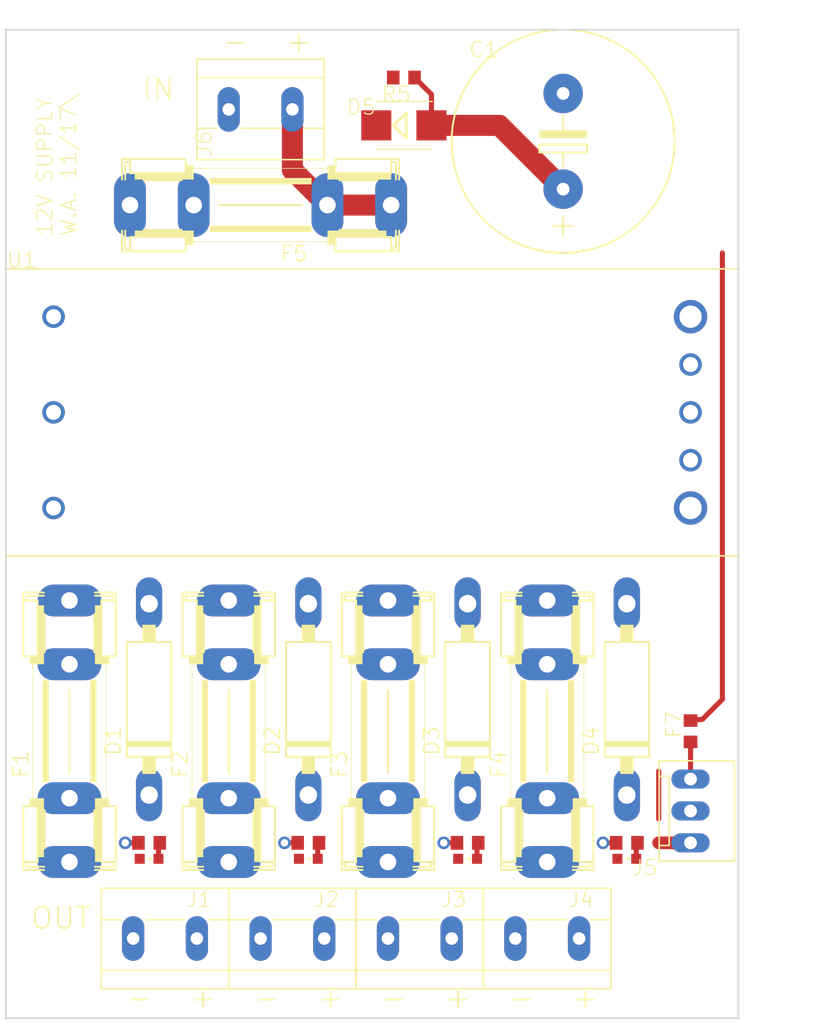
<source format=kicad_pcb>
(kicad_pcb (version 20171130) (host pcbnew "(5.0.0)")

  (general
    (thickness 1.6)
    (drawings 22)
    (tracks 29)
    (zones 0)
    (modules 32)
    (nets 18)
  )

  (page A4)
  (layers
    (0 Top signal)
    (31 Bottom signal)
    (32 B.Adhes user)
    (33 F.Adhes user)
    (34 B.Paste user)
    (35 F.Paste user)
    (36 B.SilkS user)
    (37 F.SilkS user)
    (38 B.Mask user)
    (39 F.Mask user)
    (40 Dwgs.User user)
    (41 Cmts.User user)
    (42 Eco1.User user)
    (43 Eco2.User user)
    (44 Edge.Cuts user)
    (45 Margin user)
    (46 B.CrtYd user)
    (47 F.CrtYd user)
    (48 B.Fab user)
    (49 F.Fab user)
  )

  (setup
    (last_trace_width 0.25)
    (trace_clearance 0.2)
    (zone_clearance 0.508)
    (zone_45_only no)
    (trace_min 0.2)
    (segment_width 0.2)
    (edge_width 0.15)
    (via_size 0.8)
    (via_drill 0.4)
    (via_min_size 0.4)
    (via_min_drill 0.3)
    (uvia_size 0.3)
    (uvia_drill 0.1)
    (uvias_allowed no)
    (uvia_min_size 0.2)
    (uvia_min_drill 0.1)
    (pcb_text_width 0.3)
    (pcb_text_size 1.5 1.5)
    (mod_edge_width 0.15)
    (mod_text_size 1 1)
    (mod_text_width 0.15)
    (pad_size 1.524 1.524)
    (pad_drill 0.762)
    (pad_to_mask_clearance 0.2)
    (aux_axis_origin 0 0)
    (visible_elements FFFFFF7F)
    (pcbplotparams
      (layerselection 0x010fc_ffffffff)
      (usegerberextensions false)
      (usegerberattributes false)
      (usegerberadvancedattributes false)
      (creategerberjobfile false)
      (excludeedgelayer true)
      (linewidth 0.100000)
      (plotframeref false)
      (viasonmask false)
      (mode 1)
      (useauxorigin false)
      (hpglpennumber 1)
      (hpglpenspeed 20)
      (hpglpendiameter 15.000000)
      (psnegative false)
      (psa4output false)
      (plotreference true)
      (plotvalue true)
      (plotinvisibletext false)
      (padsonsilk false)
      (subtractmaskfromsilk false)
      (outputformat 1)
      (mirror false)
      (drillshape 1)
      (scaleselection 1)
      (outputdirectory ""))
  )

  (net 0 "")
  (net 1 +12V)
  (net 2 GND)
  (net 3 V+)
  (net 4 PE)
  (net 5 "Net-(U1-Pad6)")
  (net 6 "Net-(U1-Pad2)")
  (net 7 "Net-(D1-PadC)")
  (net 8 "Net-(D2-PadC)")
  (net 9 "Net-(D3-PadC)")
  (net 10 "Net-(D4-PadC)")
  (net 11 "Net-(F5-Pad1A)")
  (net 12 "Net-(F7-Pad1)")
  (net 13 "Net-(LED1-PadC)")
  (net 14 "Net-(LED2-PadC)")
  (net 15 "Net-(LED3-PadC)")
  (net 16 "Net-(LED4-PadC)")
  (net 17 "Net-(C1-Pad+)")

  (net_class Default "This is the default net class."
    (clearance 0.2)
    (trace_width 0.25)
    (via_dia 0.8)
    (via_drill 0.4)
    (uvia_dia 0.3)
    (uvia_drill 0.1)
    (add_net +12V)
    (add_net GND)
    (add_net N$2)
    (add_net "Net-(C1-Pad+)")
    (add_net "Net-(D1-PadC)")
    (add_net "Net-(D2-PadC)")
    (add_net "Net-(D3-PadC)")
    (add_net "Net-(D4-PadC)")
    (add_net "Net-(F5-Pad1A)")
    (add_net "Net-(F7-Pad1)")
    (add_net "Net-(LED1-PadC)")
    (add_net "Net-(LED2-PadC)")
    (add_net "Net-(LED3-PadC)")
    (add_net "Net-(LED4-PadC)")
    (add_net "Net-(U1-Pad2)")
    (add_net "Net-(U1-Pad6)")
    (add_net PE)
    (add_net V+)
  )

  (module "" (layer Top) (tedit 0) (tstamp 0)
    (at 121.8311 68.1736)
    (fp_text reference @HOLE0 (at 0 0) (layer F.SilkS) hide
      (effects (font (size 1.27 1.27) (thickness 0.15)))
    )
    (fp_text value "" (at 0 0) (layer F.SilkS)
      (effects (font (size 1.27 1.27) (thickness 0.15)))
    )
    (pad "" np_thru_hole circle (at 0 0) (size 3.2 3.2) (drill 3.2) (layers *.Cu))
  )

  (module "" (layer Top) (tedit 0) (tstamp 0)
    (at 175.1711 68.1736)
    (fp_text reference @HOLE1 (at 0 0) (layer F.SilkS) hide
      (effects (font (size 1.27 1.27) (thickness 0.15)))
    )
    (fp_text value "" (at 0 0) (layer F.SilkS)
      (effects (font (size 1.27 1.27) (thickness 0.15)))
    )
    (pad "" np_thru_hole circle (at 0 0) (size 3.2 3.2) (drill 3.2) (layers *.Cu))
  )

  (module "" (layer Top) (tedit 0) (tstamp 0)
    (at 121.8311 141.8336)
    (fp_text reference @HOLE2 (at 0 0) (layer F.SilkS) hide
      (effects (font (size 1.27 1.27) (thickness 0.15)))
    )
    (fp_text value "" (at 0 0) (layer F.SilkS)
      (effects (font (size 1.27 1.27) (thickness 0.15)))
    )
    (pad "" np_thru_hole circle (at 0 0) (size 3.2 3.2) (drill 3.2) (layers *.Cu))
  )

  (module "" (layer Top) (tedit 0) (tstamp 0)
    (at 175.1711 141.8336)
    (fp_text reference @HOLE3 (at 0 0) (layer F.SilkS) hide
      (effects (font (size 1.27 1.27) (thickness 0.15)))
    )
    (fp_text value "" (at 0 0) (layer F.SilkS)
      (effects (font (size 1.27 1.27) (thickness 0.15)))
    )
    (pad "" np_thru_hole circle (at 0 0) (size 3.2 3.2) (drill 3.2) (layers *.Cu))
  )

  (module couch-reg-rc:MOLEX-3 (layer Top) (tedit 0) (tstamp 5D5D98FF)
    (at 173.9011 127.8636 90)
    (path /7C49DE93)
    (fp_text reference J5 (at -3.81 -2.54) (layer F.SilkS)
      (effects (font (size 1.2065 1.2065) (thickness 0.09652)) (justify right top))
    )
    (fp_text value MA03-1KK (at -3.81 5.08 90) (layer F.Fab)
      (effects (font (size 1.2065 1.2065) (thickness 0.09652)) (justify left bottom))
    )
    (fp_line (start 2.75 -1.7) (end 2.75 -2.5) (layer F.SilkS) (width 0.127))
    (fp_line (start -2.75 -1.7) (end 2.75 -1.7) (layer F.SilkS) (width 0.127))
    (fp_line (start -2.75 -2.5) (end -2.75 -1.7) (layer F.SilkS) (width 0.127))
    (fp_line (start -2.75 -2.5) (end -4 -2.5) (layer F.SilkS) (width 0.127))
    (fp_line (start 2.75 -2.5) (end -2.75 -2.5) (layer F.SilkS) (width 0.127))
    (fp_line (start 4 -2.5) (end 2.75 -2.5) (layer F.SilkS) (width 0.127))
    (fp_line (start 4 3.5) (end 4 -2.5) (layer F.SilkS) (width 0.127))
    (fp_line (start -4 3.5) (end 4 3.5) (layer F.SilkS) (width 0.127))
    (fp_line (start -4 -2.5) (end -4 3.5) (layer F.SilkS) (width 0.127))
    (pad 1 thru_hole oval (at 2.54 0 180) (size 3.048 1.524) (drill 1.016) (layers *.Cu *.Mask)
      (net 12 "Net-(F7-Pad1)") (solder_mask_margin 0.1016))
    (pad 2 thru_hole oval (at 0 0 180) (size 3.048 1.524) (drill 1.016) (layers *.Cu *.Mask)
      (net 2 GND) (solder_mask_margin 0.1016))
    (pad 3 thru_hole oval (at -2.54 0 180) (size 3.048 1.524) (drill 1.016) (layers *.Cu *.Mask)
      (net 10 "Net-(D4-PadC)") (solder_mask_margin 0.1016))
  )

  (module couch-reg-rc:PCBTERM (layer Top) (tedit 0) (tstamp 5D5D990E)
    (at 131.9911 138.0236 180)
    (descr "Terminal blocks, PCB mount like Jaycar HM3130\n\n31/12/10")
    (path /449C7C68)
    (fp_text reference J1 (at -3.81 3.81 180) (layer F.SilkS)
      (effects (font (size 1.2065 1.2065) (thickness 0.1016)) (justify right top))
    )
    (fp_text value PCBTERM2 (at 0 0 180) (layer F.SilkS) hide
      (effects (font (size 1.27 1.27) (thickness 0.15)) (justify right top))
    )
    (fp_line (start 3.5 1.5) (end 5 1.5) (layer F.SilkS) (width 0.127))
    (fp_line (start -1.5 1.5) (end 1.5 1.5) (layer F.SilkS) (width 0.127))
    (fp_line (start -5 1.5) (end -3.5 1.5) (layer F.SilkS) (width 0.127))
    (fp_circle (center 2.54 0) (end 3.81 0) (layer F.Fab) (width 0.127))
    (fp_circle (center -2.54 0) (end -1.27 0) (layer F.Fab) (width 0.127))
    (fp_line (start 1.27 0) (end 3.81 0) (layer F.Fab) (width 0.127))
    (fp_line (start -3.81 0) (end -1.27 0) (layer F.Fab) (width 0.127))
    (fp_line (start -5.08 -2.54) (end 5.08 -2.54) (layer F.SilkS) (width 0.127))
    (fp_line (start -5.08 -2.54) (end -5.08 -4) (layer F.SilkS) (width 0.127))
    (fp_line (start -5.08 4) (end -5.08 -2.54) (layer F.SilkS) (width 0.127))
    (fp_line (start 5.08 4) (end -5.08 4) (layer F.SilkS) (width 0.127))
    (fp_line (start 5.08 -2.54) (end 5.08 4) (layer F.SilkS) (width 0.127))
    (fp_line (start 5.08 -4) (end 5.08 -2.54) (layer F.SilkS) (width 0.127))
    (fp_line (start -5.08 -4) (end 5.08 -4) (layer F.SilkS) (width 0.127))
    (pad 2 thru_hole oval (at 2.54 0 270) (size 3.556 1.778) (drill 1) (layers *.Cu *.Mask)
      (net 2 GND) (solder_mask_margin 0.1016))
    (pad 1 thru_hole oval (at -2.54 0 270) (size 3.556 1.778) (drill 1) (layers *.Cu *.Mask)
      (net 7 "Net-(D1-PadC)") (solder_mask_margin 0.1016))
  )

  (module couch-reg-rc:PCBTERM (layer Top) (tedit 0) (tstamp 5D5D9921)
    (at 142.1511 138.0236 180)
    (descr "Terminal blocks, PCB mount like Jaycar HM3130\n\n31/12/10")
    (path /C3E76336)
    (fp_text reference J2 (at -3.81 3.81 180) (layer F.SilkS)
      (effects (font (size 1.2065 1.2065) (thickness 0.1016)) (justify right top))
    )
    (fp_text value PCBTERM2 (at 0 0 180) (layer F.SilkS) hide
      (effects (font (size 1.27 1.27) (thickness 0.15)) (justify right top))
    )
    (fp_line (start 3.5 1.5) (end 5 1.5) (layer F.SilkS) (width 0.127))
    (fp_line (start -1.5 1.5) (end 1.5 1.5) (layer F.SilkS) (width 0.127))
    (fp_line (start -5 1.5) (end -3.5 1.5) (layer F.SilkS) (width 0.127))
    (fp_circle (center 2.54 0) (end 3.81 0) (layer F.Fab) (width 0.127))
    (fp_circle (center -2.54 0) (end -1.27 0) (layer F.Fab) (width 0.127))
    (fp_line (start 1.27 0) (end 3.81 0) (layer F.Fab) (width 0.127))
    (fp_line (start -3.81 0) (end -1.27 0) (layer F.Fab) (width 0.127))
    (fp_line (start -5.08 -2.54) (end 5.08 -2.54) (layer F.SilkS) (width 0.127))
    (fp_line (start -5.08 -2.54) (end -5.08 -4) (layer F.SilkS) (width 0.127))
    (fp_line (start -5.08 4) (end -5.08 -2.54) (layer F.SilkS) (width 0.127))
    (fp_line (start 5.08 4) (end -5.08 4) (layer F.SilkS) (width 0.127))
    (fp_line (start 5.08 -2.54) (end 5.08 4) (layer F.SilkS) (width 0.127))
    (fp_line (start 5.08 -4) (end 5.08 -2.54) (layer F.SilkS) (width 0.127))
    (fp_line (start -5.08 -4) (end 5.08 -4) (layer F.SilkS) (width 0.127))
    (pad 2 thru_hole oval (at 2.54 0 270) (size 3.556 1.778) (drill 1) (layers *.Cu *.Mask)
      (net 2 GND) (solder_mask_margin 0.1016))
    (pad 1 thru_hole oval (at -2.54 0 270) (size 3.556 1.778) (drill 1) (layers *.Cu *.Mask)
      (net 8 "Net-(D2-PadC)") (solder_mask_margin 0.1016))
  )

  (module couch-reg-rc:PCBTERM (layer Top) (tedit 0) (tstamp 5D5D9934)
    (at 152.3111 138.0236 180)
    (descr "Terminal blocks, PCB mount like Jaycar HM3130\n\n31/12/10")
    (path /B665FDA9)
    (fp_text reference J3 (at -3.81 3.81 180) (layer F.SilkS)
      (effects (font (size 1.2065 1.2065) (thickness 0.1016)) (justify right top))
    )
    (fp_text value PCBTERM2 (at 0 0 180) (layer F.SilkS) hide
      (effects (font (size 1.27 1.27) (thickness 0.15)) (justify right top))
    )
    (fp_line (start 3.5 1.5) (end 5 1.5) (layer F.SilkS) (width 0.127))
    (fp_line (start -1.5 1.5) (end 1.5 1.5) (layer F.SilkS) (width 0.127))
    (fp_line (start -5 1.5) (end -3.5 1.5) (layer F.SilkS) (width 0.127))
    (fp_circle (center 2.54 0) (end 3.81 0) (layer F.Fab) (width 0.127))
    (fp_circle (center -2.54 0) (end -1.27 0) (layer F.Fab) (width 0.127))
    (fp_line (start 1.27 0) (end 3.81 0) (layer F.Fab) (width 0.127))
    (fp_line (start -3.81 0) (end -1.27 0) (layer F.Fab) (width 0.127))
    (fp_line (start -5.08 -2.54) (end 5.08 -2.54) (layer F.SilkS) (width 0.127))
    (fp_line (start -5.08 -2.54) (end -5.08 -4) (layer F.SilkS) (width 0.127))
    (fp_line (start -5.08 4) (end -5.08 -2.54) (layer F.SilkS) (width 0.127))
    (fp_line (start 5.08 4) (end -5.08 4) (layer F.SilkS) (width 0.127))
    (fp_line (start 5.08 -2.54) (end 5.08 4) (layer F.SilkS) (width 0.127))
    (fp_line (start 5.08 -4) (end 5.08 -2.54) (layer F.SilkS) (width 0.127))
    (fp_line (start -5.08 -4) (end 5.08 -4) (layer F.SilkS) (width 0.127))
    (pad 2 thru_hole oval (at 2.54 0 270) (size 3.556 1.778) (drill 1) (layers *.Cu *.Mask)
      (net 2 GND) (solder_mask_margin 0.1016))
    (pad 1 thru_hole oval (at -2.54 0 270) (size 3.556 1.778) (drill 1) (layers *.Cu *.Mask)
      (net 9 "Net-(D3-PadC)") (solder_mask_margin 0.1016))
  )

  (module couch-reg-rc:PCBTERM (layer Top) (tedit 0) (tstamp 5D5D9947)
    (at 162.4711 138.0236 180)
    (descr "Terminal blocks, PCB mount like Jaycar HM3130\n\n31/12/10")
    (path /FA7CA15B)
    (fp_text reference J4 (at -3.81 3.81 180) (layer F.SilkS)
      (effects (font (size 1.2065 1.2065) (thickness 0.1016)) (justify right top))
    )
    (fp_text value PCBTERM2 (at 0 0 180) (layer F.SilkS) hide
      (effects (font (size 1.27 1.27) (thickness 0.15)) (justify right top))
    )
    (fp_line (start 3.5 1.5) (end 5 1.5) (layer F.SilkS) (width 0.127))
    (fp_line (start -1.5 1.5) (end 1.5 1.5) (layer F.SilkS) (width 0.127))
    (fp_line (start -5 1.5) (end -3.5 1.5) (layer F.SilkS) (width 0.127))
    (fp_circle (center 2.54 0) (end 3.81 0) (layer F.Fab) (width 0.127))
    (fp_circle (center -2.54 0) (end -1.27 0) (layer F.Fab) (width 0.127))
    (fp_line (start 1.27 0) (end 3.81 0) (layer F.Fab) (width 0.127))
    (fp_line (start -3.81 0) (end -1.27 0) (layer F.Fab) (width 0.127))
    (fp_line (start -5.08 -2.54) (end 5.08 -2.54) (layer F.SilkS) (width 0.127))
    (fp_line (start -5.08 -2.54) (end -5.08 -4) (layer F.SilkS) (width 0.127))
    (fp_line (start -5.08 4) (end -5.08 -2.54) (layer F.SilkS) (width 0.127))
    (fp_line (start 5.08 4) (end -5.08 4) (layer F.SilkS) (width 0.127))
    (fp_line (start 5.08 -2.54) (end 5.08 4) (layer F.SilkS) (width 0.127))
    (fp_line (start 5.08 -4) (end 5.08 -2.54) (layer F.SilkS) (width 0.127))
    (fp_line (start -5.08 -4) (end 5.08 -4) (layer F.SilkS) (width 0.127))
    (pad 2 thru_hole oval (at 2.54 0 270) (size 3.556 1.778) (drill 1) (layers *.Cu *.Mask)
      (net 2 GND) (solder_mask_margin 0.1016))
    (pad 1 thru_hole oval (at -2.54 0 270) (size 3.556 1.778) (drill 1) (layers *.Cu *.Mask)
      (net 10 "Net-(D4-PadC)") (solder_mask_margin 0.1016))
  )

  (module couch-reg-rc:PCBTERM (layer Top) (tedit 0) (tstamp 5D5D995A)
    (at 139.6111 71.9836)
    (descr "Terminal blocks, PCB mount like Jaycar HM3130\n\n31/12/10")
    (path /C649B669)
    (fp_text reference J6 (at -3.81 3.81 90) (layer F.SilkS)
      (effects (font (size 1.2065 1.2065) (thickness 0.09652)) (justify left bottom))
    )
    (fp_text value PCBTERM2 (at 0 0) (layer F.SilkS) hide
      (effects (font (size 1.27 1.27) (thickness 0.15)))
    )
    (fp_line (start 3.5 1.5) (end 5 1.5) (layer F.SilkS) (width 0.127))
    (fp_line (start -1.5 1.5) (end 1.5 1.5) (layer F.SilkS) (width 0.127))
    (fp_line (start -5 1.5) (end -3.5 1.5) (layer F.SilkS) (width 0.127))
    (fp_circle (center 2.54 0) (end 3.81 0) (layer F.Fab) (width 0.127))
    (fp_circle (center -2.54 0) (end -1.27 0) (layer F.Fab) (width 0.127))
    (fp_line (start 1.27 0) (end 3.81 0) (layer F.Fab) (width 0.127))
    (fp_line (start -3.81 0) (end -1.27 0) (layer F.Fab) (width 0.127))
    (fp_line (start -5.08 -2.54) (end 5.08 -2.54) (layer F.SilkS) (width 0.127))
    (fp_line (start -5.08 -2.54) (end -5.08 -4) (layer F.SilkS) (width 0.127))
    (fp_line (start -5.08 4) (end -5.08 -2.54) (layer F.SilkS) (width 0.127))
    (fp_line (start 5.08 4) (end -5.08 4) (layer F.SilkS) (width 0.127))
    (fp_line (start 5.08 -2.54) (end 5.08 4) (layer F.SilkS) (width 0.127))
    (fp_line (start 5.08 -4) (end 5.08 -2.54) (layer F.SilkS) (width 0.127))
    (fp_line (start -5.08 -4) (end 5.08 -4) (layer F.SilkS) (width 0.127))
    (pad 2 thru_hole oval (at 2.54 0 90) (size 3.556 1.778) (drill 1) (layers *.Cu *.Mask)
      (net 11 "Net-(F5-Pad1A)") (solder_mask_margin 0.1016))
    (pad 1 thru_hole oval (at -2.54 0 90) (size 3.556 1.778) (drill 1) (layers *.Cu *.Mask)
      (net 4 PE) (solder_mask_margin 0.1016))
  )

  (module couch-reg-rc:E48SC12010 (layer Top) (tedit 0) (tstamp 5D5D996D)
    (at 148.5011 96.1136)
    (path /94FABF20)
    (fp_text reference U1 (at -29.21 -11.43) (layer F.SilkS)
      (effects (font (size 1.2065 1.2065) (thickness 0.1016)) (justify left bottom))
    )
    (fp_text value E48SC12010 (at 0 0) (layer F.SilkS) hide
      (effects (font (size 1.27 1.27) (thickness 0.15)))
    )
    (fp_line (start -29.21 11.43) (end -29.21 -11.43) (layer F.SilkS) (width 0.127))
    (fp_line (start 29.21 11.43) (end -29.21 11.43) (layer F.SilkS) (width 0.127))
    (fp_line (start 29.21 -11.43) (end 29.21 11.43) (layer F.SilkS) (width 0.127))
    (fp_line (start -29.21 -11.43) (end 29.21 -11.43) (layer F.SilkS) (width 0.127))
    (pad 8 thru_hole circle (at 25.4 -7.62) (size 2.667 2.667) (drill 1.778) (layers *.Cu *.Mask)
      (net 1 +12V) (solder_mask_margin 0.1016))
    (pad 7 thru_hole circle (at 25.4 -3.81) (size 1.8 1.8) (drill 1.2) (layers *.Cu *.Mask)
      (net 1 +12V) (solder_mask_margin 0.1016))
    (pad 6 thru_hole circle (at 25.4 0) (size 1.8 1.8) (drill 1.2) (layers *.Cu *.Mask)
      (net 5 "Net-(U1-Pad6)") (solder_mask_margin 0.1016))
    (pad 5 thru_hole circle (at 25.4 3.81) (size 1.8 1.8) (drill 1.2) (layers *.Cu *.Mask)
      (net 2 GND) (solder_mask_margin 0.1016))
    (pad 4 thru_hole circle (at 25.4 7.62) (size 2.667 2.667) (drill 1.778) (layers *.Cu *.Mask)
      (net 2 GND) (solder_mask_margin 0.1016))
    (pad 3 thru_hole circle (at -25.4 7.62) (size 1.8 1.8) (drill 1.2) (layers *.Cu *.Mask)
      (net 4 PE) (solder_mask_margin 0.1016))
    (pad 2 thru_hole circle (at -25.4 0) (size 1.8 1.8) (drill 1.2) (layers *.Cu *.Mask)
      (net 6 "Net-(U1-Pad2)") (solder_mask_margin 0.1016))
    (pad 1 thru_hole circle (at -25.4 -7.62) (size 1.8 1.8) (drill 1.2) (layers *.Cu *.Mask)
      (net 3 V+) (solder_mask_margin 0.1016))
  )

  (module couch-reg-rc:C1702-15 (layer Top) (tedit 0) (tstamp 5D5D997C)
    (at 130.7211 118.9736 90)
    (descr "<B>DIODE</B><p>\ndiameter 3.5 mm, horizontal, grid 15.24 mm")
    (path /08A3D0A3)
    (fp_text reference D1 (at -4.572 -2.159 90) (layer F.SilkS)
      (effects (font (size 1.2065 1.2065) (thickness 0.12065)) (justify left bottom))
    )
    (fp_text value 16V (at -2.794 1.397 90) (layer F.Fab)
      (effects (font (size 1.2065 1.2065) (thickness 0.12065)) (justify left bottom))
    )
    (fp_poly (pts (xy -5.9436 0.5334) (xy -4.572 0.5334) (xy -4.572 -0.5334) (xy -5.9436 -0.5334)) (layer F.SilkS) (width 0))
    (fp_poly (pts (xy 4.572 0.5334) (xy 5.9436 0.5334) (xy 5.9436 -0.5334) (xy 4.572 -0.5334)) (layer F.SilkS) (width 0))
    (fp_poly (pts (xy -3.81 1.778) (xy -3.302 1.778) (xy -3.302 -1.778) (xy -3.81 -1.778)) (layer F.SilkS) (width 0))
    (fp_line (start -7.62 0) (end -6.096 0) (layer F.Fab) (width 1.1176))
    (fp_line (start 7.62 0) (end 6.096 0) (layer F.Fab) (width 1.1176))
    (fp_line (start -4.572 1.778) (end 4.572 1.778) (layer F.SilkS) (width 0.1524))
    (fp_line (start 4.572 -1.778) (end 4.572 1.778) (layer F.SilkS) (width 0.1524))
    (fp_line (start 4.572 -1.778) (end -4.572 -1.778) (layer F.SilkS) (width 0.1524))
    (fp_line (start -4.572 1.778) (end -4.572 -1.778) (layer F.SilkS) (width 0.1524))
    (pad A thru_hole oval (at 7.62 0 90) (size 4.191 2.0955) (drill 1.397) (layers *.Cu *.Mask)
      (net 2 GND) (solder_mask_margin 0.1016))
    (pad C thru_hole oval (at -7.62 0 90) (size 4.191 2.0955) (drill 1.397) (layers *.Cu *.Mask)
      (net 7 "Net-(D1-PadC)") (solder_mask_margin 0.1016))
  )

  (module couch-reg-rc:SHK20L (layer Top) (tedit 0) (tstamp 5D5D998A)
    (at 139.6111 79.6036 180)
    (descr "<b>FUSE HOLDER</b><p> 5 x 20 mm, SH contact, SHH1 Schukat / E1073 Buerklin")
    (path /6D805A40)
    (fp_text reference F5 (at -3.81 -3.175) (layer F.SilkS)
      (effects (font (size 1.2065 1.2065) (thickness 0.12065)) (justify right top))
    )
    (fp_text value 4A (at -3.81 5.08) (layer F.Fab)
      (effects (font (size 1.6891 1.6891) (thickness 0.16891)) (justify right top))
    )
    (fp_poly (pts (xy -9.652 2.032) (xy -9.398 2.032) (xy -9.398 1.905) (xy -9.652 1.905)) (layer F.Fab) (width 0))
    (fp_poly (pts (xy -9.398 2.032) (xy -6.223 2.032) (xy -6.223 1.905) (xy -9.398 1.905)) (layer F.SilkS) (width 0))
    (fp_poly (pts (xy -6.223 2.032) (xy -5.969 2.032) (xy -5.969 1.905) (xy -6.223 1.905)) (layer F.Fab) (width 0))
    (fp_poly (pts (xy -9.652 -1.905) (xy -9.398 -1.905) (xy -9.398 -2.032) (xy -9.652 -2.032)) (layer F.Fab) (width 0))
    (fp_poly (pts (xy -9.398 -1.905) (xy -6.223 -1.905) (xy -6.223 -2.032) (xy -9.398 -2.032)) (layer F.SilkS) (width 0))
    (fp_poly (pts (xy -10.033 -2.032) (xy -5.969 -2.032) (xy -5.969 -2.54) (xy -10.033 -2.54)) (layer F.SilkS) (width 0))
    (fp_poly (pts (xy 5.969 2.54) (xy 10.033 2.54) (xy 10.033 2.032) (xy 5.969 2.032)) (layer F.SilkS) (width 0))
    (fp_poly (pts (xy 5.969 -2.032) (xy 10.033 -2.032) (xy 10.033 -2.54) (xy 5.969 -2.54)) (layer F.SilkS) (width 0))
    (fp_poly (pts (xy 6.223 -1.905) (xy 9.398 -1.905) (xy 9.398 -2.032) (xy 6.223 -2.032)) (layer F.SilkS) (width 0))
    (fp_poly (pts (xy 6.223 2.032) (xy 9.398 2.032) (xy 9.398 1.905) (xy 6.223 1.905)) (layer F.SilkS) (width 0))
    (fp_poly (pts (xy 9.398 2.032) (xy 9.652 2.032) (xy 9.652 1.905) (xy 9.398 1.905)) (layer F.Fab) (width 0))
    (fp_poly (pts (xy 9.398 -1.905) (xy 9.652 -1.905) (xy 9.652 -2.032) (xy 9.398 -2.032)) (layer F.Fab) (width 0))
    (fp_poly (pts (xy 5.969 2.032) (xy 6.223 2.032) (xy 6.223 1.905) (xy 5.969 1.905)) (layer F.Fab) (width 0))
    (fp_poly (pts (xy 5.969 -1.905) (xy 6.223 -1.905) (xy 6.223 -2.032) (xy 5.969 -2.032)) (layer F.Fab) (width 0))
    (fp_poly (pts (xy -6.223 -1.905) (xy -5.969 -1.905) (xy -5.969 -2.032) (xy -6.223 -2.032)) (layer F.Fab) (width 0))
    (fp_poly (pts (xy -4.064 -1.651) (xy 4.064 -1.651) (xy 4.064 -2.159) (xy -4.064 -2.159)) (layer F.SilkS) (width 0))
    (fp_poly (pts (xy -4.064 2.159) (xy 4.064 2.159) (xy 4.064 1.651) (xy -4.064 1.651)) (layer F.SilkS) (width 0))
    (fp_poly (pts (xy -10.414 2.54) (xy -5.969 2.54) (xy -5.969 2.032) (xy -10.414 2.032)) (layer F.SilkS) (width 0))
    (fp_poly (pts (xy -5.334 2.159) (xy -4.064 2.159) (xy -4.064 1.651) (xy -5.334 1.651)) (layer F.Fab) (width 0))
    (fp_poly (pts (xy -5.334 -1.651) (xy -4.064 -1.651) (xy -4.064 -2.159) (xy -5.334 -2.159)) (layer F.Fab) (width 0))
    (fp_poly (pts (xy 4.064 2.159) (xy 5.334 2.159) (xy 5.334 1.651) (xy 4.064 1.651)) (layer F.Fab) (width 0))
    (fp_poly (pts (xy 4.064 -1.651) (xy 5.334 -1.651) (xy 5.334 -2.159) (xy 4.064 -2.159)) (layer F.Fab) (width 0))
    (fp_poly (pts (xy 5.334 2.032) (xy 5.969 2.032) (xy 5.969 -2.032) (xy 5.334 -2.032)) (layer F.Fab) (width 0))
    (fp_poly (pts (xy 5.334 3.175) (xy 5.969 3.175) (xy 5.969 2.032) (xy 5.334 2.032)) (layer F.SilkS) (width 0))
    (fp_poly (pts (xy 5.334 -2.032) (xy 5.969 -2.032) (xy 5.969 -3.175) (xy 5.334 -3.175)) (layer F.SilkS) (width 0))
    (fp_poly (pts (xy 9.652 2.032) (xy 10.033 2.032) (xy 10.033 -2.032) (xy 9.652 -2.032)) (layer F.Fab) (width 0))
    (fp_poly (pts (xy -5.969 2.032) (xy -5.334 2.032) (xy -5.334 -2.032) (xy -5.969 -2.032)) (layer F.Fab) (width 0))
    (fp_poly (pts (xy -5.969 -2.032) (xy -5.334 -2.032) (xy -5.334 -3.175) (xy -5.969 -3.175)) (layer F.SilkS) (width 0))
    (fp_poly (pts (xy -5.969 3.175) (xy -5.334 3.175) (xy -5.334 2.032) (xy -5.969 2.032)) (layer F.SilkS) (width 0))
    (fp_poly (pts (xy -10.033 2.032) (xy -9.652 2.032) (xy -9.652 -2.032) (xy -10.033 -2.032)) (layer F.Fab) (width 0))
    (fp_line (start -11.049 -2.032) (end -11.049 -3.683) (layer F.SilkS) (width 0.1524))
    (fp_line (start -10.795 -3.429) (end -10.795 -2.032) (layer F.SilkS) (width 0.1524))
    (fp_line (start -10.414 -3.429) (end -10.414 -2.54) (layer F.SilkS) (width 0.1524))
    (fp_line (start -10.795 -3.429) (end -10.414 -3.429) (layer F.SilkS) (width 0.1524))
    (fp_line (start -10.414 -3.683) (end -11.049 -3.683) (layer F.SilkS) (width 0.1524))
    (fp_line (start -11.049 -2.032) (end -11.049 1.27) (layer F.Fab) (width 0.1524))
    (fp_line (start -10.795 -2.032) (end -10.795 1.27) (layer F.Fab) (width 0.1524))
    (fp_line (start 10.795 -1.27) (end 10.795 2.032) (layer F.Fab) (width 0.1524))
    (fp_line (start 11.049 -1.27) (end 11.049 2.032) (layer F.Fab) (width 0.1524))
    (fp_line (start 10.414 3.429) (end 10.414 2.54) (layer F.SilkS) (width 0.1524))
    (fp_line (start 10.795 3.429) (end 10.414 3.429) (layer F.SilkS) (width 0.1524))
    (fp_line (start 10.795 3.429) (end 10.795 2.032) (layer F.SilkS) (width 0.1524))
    (fp_line (start 11.049 2.032) (end 11.049 3.683) (layer F.SilkS) (width 0.1524))
    (fp_line (start 10.414 3.683) (end 11.049 3.683) (layer F.SilkS) (width 0.1524))
    (fp_line (start 3.302 0) (end 5.334 0) (layer F.Fab) (width 0.1524))
    (fp_line (start 10.795 -1.27) (end 10.795 -2.032) (layer F.Fab) (width 0.1524))
    (fp_line (start 11.049 -1.27) (end 10.795 -1.27) (layer F.Fab) (width 0.1524))
    (fp_line (start 11.049 -2.032) (end 11.049 -1.27) (layer F.Fab) (width 0.1524))
    (fp_line (start 5.969 2.54) (end 5.969 3.683) (layer F.SilkS) (width 0.1524))
    (fp_line (start 10.414 -3.429) (end 10.414 -2.54) (layer F.SilkS) (width 0.1524))
    (fp_line (start 10.795 -3.429) (end 10.414 -3.429) (layer F.SilkS) (width 0.1524))
    (fp_line (start 10.795 -2.032) (end 10.795 -3.429) (layer F.SilkS) (width 0.1524))
    (fp_line (start 11.049 -3.683) (end 11.049 -2.032) (layer F.SilkS) (width 0.1524))
    (fp_line (start 10.414 -3.683) (end 11.049 -3.683) (layer F.SilkS) (width 0.1524))
    (fp_line (start 5.969 -3.683) (end 5.969 -2.54) (layer F.SilkS) (width 0.1524))
    (fp_line (start 5.969 -3.683) (end 10.414 -3.683) (layer F.SilkS) (width 0.1524))
    (fp_line (start 10.414 2.54) (end 5.969 2.54) (layer F.SilkS) (width 0.1524))
    (fp_line (start 10.414 3.683) (end 10.414 3.429) (layer F.SilkS) (width 0.1524))
    (fp_line (start 10.414 -2.54) (end 5.969 -2.54) (layer F.SilkS) (width 0.1524))
    (fp_line (start 10.414 -3.683) (end 10.414 -3.429) (layer F.SilkS) (width 0.1524))
    (fp_line (start 10.414 3.683) (end 5.969 3.683) (layer F.SilkS) (width 0.1524))
    (fp_line (start 5.334 2.921) (end -5.334 2.921) (layer F.SilkS) (width 0.0508))
    (fp_line (start -3.302 0) (end -5.334 0) (layer F.Fab) (width 0.1524))
    (fp_line (start -10.795 1.27) (end -10.795 2.032) (layer F.Fab) (width 0.1524))
    (fp_line (start -11.049 1.27) (end -10.795 1.27) (layer F.Fab) (width 0.1524))
    (fp_line (start -11.049 2.032) (end -11.049 1.27) (layer F.Fab) (width 0.1524))
    (fp_line (start -5.969 -2.54) (end -5.969 -3.683) (layer F.SilkS) (width 0.1524))
    (fp_line (start -10.414 3.429) (end -10.414 2.54) (layer F.SilkS) (width 0.1524))
    (fp_line (start -10.795 3.429) (end -10.414 3.429) (layer F.SilkS) (width 0.1524))
    (fp_line (start -10.795 2.032) (end -10.795 3.429) (layer F.SilkS) (width 0.1524))
    (fp_line (start -11.049 3.683) (end -11.049 2.032) (layer F.SilkS) (width 0.1524))
    (fp_line (start -10.414 3.683) (end -11.049 3.683) (layer F.SilkS) (width 0.1524))
    (fp_line (start -5.969 3.683) (end -5.969 2.54) (layer F.SilkS) (width 0.1524))
    (fp_line (start -5.969 3.683) (end -10.414 3.683) (layer F.SilkS) (width 0.1524))
    (fp_line (start -10.414 -2.54) (end -5.969 -2.54) (layer F.SilkS) (width 0.1524))
    (fp_line (start -10.414 -3.683) (end -10.414 -3.429) (layer F.SilkS) (width 0.1524))
    (fp_line (start -10.414 2.54) (end -5.969 2.54) (layer F.SilkS) (width 0.1524))
    (fp_line (start -10.414 3.683) (end -10.414 3.429) (layer F.SilkS) (width 0.1524))
    (fp_line (start -10.414 -3.683) (end -5.969 -3.683) (layer F.SilkS) (width 0.1524))
    (fp_line (start -3.302 0) (end 3.302 0) (layer F.SilkS) (width 0.1524))
    (fp_line (start -5.334 -2.921) (end 5.334 -2.921) (layer F.SilkS) (width 0.0508))
    (pad 1B thru_hole oval (at -5.334 0 270) (size 5.08 2.54) (drill 1.3208) (layers *.Cu *.Mask)
      (net 11 "Net-(F5-Pad1A)") (solder_mask_margin 0.1016))
    (pad 2B thru_hole oval (at 5.334 0 270) (size 5.08 2.54) (drill 1.3208) (layers *.Cu *.Mask)
      (net 3 V+) (solder_mask_margin 0.1016))
    (pad 2A thru_hole oval (at 10.414 0 270) (size 5.08 2.54) (drill 1.3208) (layers *.Cu *.Mask)
      (net 3 V+) (solder_mask_margin 0.1016))
    (pad 1A thru_hole oval (at -10.414 0 270) (size 5.08 2.54) (drill 1.3208) (layers *.Cu *.Mask)
      (net 11 "Net-(F5-Pad1A)") (solder_mask_margin 0.1016))
  )

  (module couch-reg-rc:SHK20L (layer Top) (tedit 0) (tstamp 5D5D99E2)
    (at 124.3711 121.5136 90)
    (descr "<b>FUSE HOLDER</b><p> 5 x 20 mm, SH contact, SHH1 Schukat / E1073 Buerklin")
    (path /EA049CBD)
    (fp_text reference F1 (at -3.81 -3.175 90) (layer F.SilkS)
      (effects (font (size 1.2065 1.2065) (thickness 0.12065)) (justify left bottom))
    )
    (fp_text value 6.3A (at -3.81 5.08 90) (layer F.Fab)
      (effects (font (size 1.6891 1.6891) (thickness 0.16891)) (justify left bottom))
    )
    (fp_poly (pts (xy -9.652 2.032) (xy -9.398 2.032) (xy -9.398 1.905) (xy -9.652 1.905)) (layer F.Fab) (width 0))
    (fp_poly (pts (xy -9.398 2.032) (xy -6.223 2.032) (xy -6.223 1.905) (xy -9.398 1.905)) (layer F.SilkS) (width 0))
    (fp_poly (pts (xy -6.223 2.032) (xy -5.969 2.032) (xy -5.969 1.905) (xy -6.223 1.905)) (layer F.Fab) (width 0))
    (fp_poly (pts (xy -9.652 -1.905) (xy -9.398 -1.905) (xy -9.398 -2.032) (xy -9.652 -2.032)) (layer F.Fab) (width 0))
    (fp_poly (pts (xy -9.398 -1.905) (xy -6.223 -1.905) (xy -6.223 -2.032) (xy -9.398 -2.032)) (layer F.SilkS) (width 0))
    (fp_poly (pts (xy -10.033 -2.032) (xy -5.969 -2.032) (xy -5.969 -2.54) (xy -10.033 -2.54)) (layer F.SilkS) (width 0))
    (fp_poly (pts (xy 5.969 2.54) (xy 10.033 2.54) (xy 10.033 2.032) (xy 5.969 2.032)) (layer F.SilkS) (width 0))
    (fp_poly (pts (xy 5.969 -2.032) (xy 10.033 -2.032) (xy 10.033 -2.54) (xy 5.969 -2.54)) (layer F.SilkS) (width 0))
    (fp_poly (pts (xy 6.223 -1.905) (xy 9.398 -1.905) (xy 9.398 -2.032) (xy 6.223 -2.032)) (layer F.SilkS) (width 0))
    (fp_poly (pts (xy 6.223 2.032) (xy 9.398 2.032) (xy 9.398 1.905) (xy 6.223 1.905)) (layer F.SilkS) (width 0))
    (fp_poly (pts (xy 9.398 2.032) (xy 9.652 2.032) (xy 9.652 1.905) (xy 9.398 1.905)) (layer F.Fab) (width 0))
    (fp_poly (pts (xy 9.398 -1.905) (xy 9.652 -1.905) (xy 9.652 -2.032) (xy 9.398 -2.032)) (layer F.Fab) (width 0))
    (fp_poly (pts (xy 5.969 2.032) (xy 6.223 2.032) (xy 6.223 1.905) (xy 5.969 1.905)) (layer F.Fab) (width 0))
    (fp_poly (pts (xy 5.969 -1.905) (xy 6.223 -1.905) (xy 6.223 -2.032) (xy 5.969 -2.032)) (layer F.Fab) (width 0))
    (fp_poly (pts (xy -6.223 -1.905) (xy -5.969 -1.905) (xy -5.969 -2.032) (xy -6.223 -2.032)) (layer F.Fab) (width 0))
    (fp_poly (pts (xy -4.064 -1.651) (xy 4.064 -1.651) (xy 4.064 -2.159) (xy -4.064 -2.159)) (layer F.SilkS) (width 0))
    (fp_poly (pts (xy -4.064 2.159) (xy 4.064 2.159) (xy 4.064 1.651) (xy -4.064 1.651)) (layer F.SilkS) (width 0))
    (fp_poly (pts (xy -10.414 2.54) (xy -5.969 2.54) (xy -5.969 2.032) (xy -10.414 2.032)) (layer F.SilkS) (width 0))
    (fp_poly (pts (xy -5.334 2.159) (xy -4.064 2.159) (xy -4.064 1.651) (xy -5.334 1.651)) (layer F.Fab) (width 0))
    (fp_poly (pts (xy -5.334 -1.651) (xy -4.064 -1.651) (xy -4.064 -2.159) (xy -5.334 -2.159)) (layer F.Fab) (width 0))
    (fp_poly (pts (xy 4.064 2.159) (xy 5.334 2.159) (xy 5.334 1.651) (xy 4.064 1.651)) (layer F.Fab) (width 0))
    (fp_poly (pts (xy 4.064 -1.651) (xy 5.334 -1.651) (xy 5.334 -2.159) (xy 4.064 -2.159)) (layer F.Fab) (width 0))
    (fp_poly (pts (xy 5.334 2.032) (xy 5.969 2.032) (xy 5.969 -2.032) (xy 5.334 -2.032)) (layer F.Fab) (width 0))
    (fp_poly (pts (xy 5.334 3.175) (xy 5.969 3.175) (xy 5.969 2.032) (xy 5.334 2.032)) (layer F.SilkS) (width 0))
    (fp_poly (pts (xy 5.334 -2.032) (xy 5.969 -2.032) (xy 5.969 -3.175) (xy 5.334 -3.175)) (layer F.SilkS) (width 0))
    (fp_poly (pts (xy 9.652 2.032) (xy 10.033 2.032) (xy 10.033 -2.032) (xy 9.652 -2.032)) (layer F.Fab) (width 0))
    (fp_poly (pts (xy -5.969 2.032) (xy -5.334 2.032) (xy -5.334 -2.032) (xy -5.969 -2.032)) (layer F.Fab) (width 0))
    (fp_poly (pts (xy -5.969 -2.032) (xy -5.334 -2.032) (xy -5.334 -3.175) (xy -5.969 -3.175)) (layer F.SilkS) (width 0))
    (fp_poly (pts (xy -5.969 3.175) (xy -5.334 3.175) (xy -5.334 2.032) (xy -5.969 2.032)) (layer F.SilkS) (width 0))
    (fp_poly (pts (xy -10.033 2.032) (xy -9.652 2.032) (xy -9.652 -2.032) (xy -10.033 -2.032)) (layer F.Fab) (width 0))
    (fp_line (start -11.049 -2.032) (end -11.049 -3.683) (layer F.SilkS) (width 0.1524))
    (fp_line (start -10.795 -3.429) (end -10.795 -2.032) (layer F.SilkS) (width 0.1524))
    (fp_line (start -10.414 -3.429) (end -10.414 -2.54) (layer F.SilkS) (width 0.1524))
    (fp_line (start -10.795 -3.429) (end -10.414 -3.429) (layer F.SilkS) (width 0.1524))
    (fp_line (start -10.414 -3.683) (end -11.049 -3.683) (layer F.SilkS) (width 0.1524))
    (fp_line (start -11.049 -2.032) (end -11.049 1.27) (layer F.Fab) (width 0.1524))
    (fp_line (start -10.795 -2.032) (end -10.795 1.27) (layer F.Fab) (width 0.1524))
    (fp_line (start 10.795 -1.27) (end 10.795 2.032) (layer F.Fab) (width 0.1524))
    (fp_line (start 11.049 -1.27) (end 11.049 2.032) (layer F.Fab) (width 0.1524))
    (fp_line (start 10.414 3.429) (end 10.414 2.54) (layer F.SilkS) (width 0.1524))
    (fp_line (start 10.795 3.429) (end 10.414 3.429) (layer F.SilkS) (width 0.1524))
    (fp_line (start 10.795 3.429) (end 10.795 2.032) (layer F.SilkS) (width 0.1524))
    (fp_line (start 11.049 2.032) (end 11.049 3.683) (layer F.SilkS) (width 0.1524))
    (fp_line (start 10.414 3.683) (end 11.049 3.683) (layer F.SilkS) (width 0.1524))
    (fp_line (start 3.302 0) (end 5.334 0) (layer F.Fab) (width 0.1524))
    (fp_line (start 10.795 -1.27) (end 10.795 -2.032) (layer F.Fab) (width 0.1524))
    (fp_line (start 11.049 -1.27) (end 10.795 -1.27) (layer F.Fab) (width 0.1524))
    (fp_line (start 11.049 -2.032) (end 11.049 -1.27) (layer F.Fab) (width 0.1524))
    (fp_line (start 5.969 2.54) (end 5.969 3.683) (layer F.SilkS) (width 0.1524))
    (fp_line (start 10.414 -3.429) (end 10.414 -2.54) (layer F.SilkS) (width 0.1524))
    (fp_line (start 10.795 -3.429) (end 10.414 -3.429) (layer F.SilkS) (width 0.1524))
    (fp_line (start 10.795 -2.032) (end 10.795 -3.429) (layer F.SilkS) (width 0.1524))
    (fp_line (start 11.049 -3.683) (end 11.049 -2.032) (layer F.SilkS) (width 0.1524))
    (fp_line (start 10.414 -3.683) (end 11.049 -3.683) (layer F.SilkS) (width 0.1524))
    (fp_line (start 5.969 -3.683) (end 5.969 -2.54) (layer F.SilkS) (width 0.1524))
    (fp_line (start 5.969 -3.683) (end 10.414 -3.683) (layer F.SilkS) (width 0.1524))
    (fp_line (start 10.414 2.54) (end 5.969 2.54) (layer F.SilkS) (width 0.1524))
    (fp_line (start 10.414 3.683) (end 10.414 3.429) (layer F.SilkS) (width 0.1524))
    (fp_line (start 10.414 -2.54) (end 5.969 -2.54) (layer F.SilkS) (width 0.1524))
    (fp_line (start 10.414 -3.683) (end 10.414 -3.429) (layer F.SilkS) (width 0.1524))
    (fp_line (start 10.414 3.683) (end 5.969 3.683) (layer F.SilkS) (width 0.1524))
    (fp_line (start 5.334 2.921) (end -5.334 2.921) (layer F.SilkS) (width 0.0508))
    (fp_line (start -3.302 0) (end -5.334 0) (layer F.Fab) (width 0.1524))
    (fp_line (start -10.795 1.27) (end -10.795 2.032) (layer F.Fab) (width 0.1524))
    (fp_line (start -11.049 1.27) (end -10.795 1.27) (layer F.Fab) (width 0.1524))
    (fp_line (start -11.049 2.032) (end -11.049 1.27) (layer F.Fab) (width 0.1524))
    (fp_line (start -5.969 -2.54) (end -5.969 -3.683) (layer F.SilkS) (width 0.1524))
    (fp_line (start -10.414 3.429) (end -10.414 2.54) (layer F.SilkS) (width 0.1524))
    (fp_line (start -10.795 3.429) (end -10.414 3.429) (layer F.SilkS) (width 0.1524))
    (fp_line (start -10.795 2.032) (end -10.795 3.429) (layer F.SilkS) (width 0.1524))
    (fp_line (start -11.049 3.683) (end -11.049 2.032) (layer F.SilkS) (width 0.1524))
    (fp_line (start -10.414 3.683) (end -11.049 3.683) (layer F.SilkS) (width 0.1524))
    (fp_line (start -5.969 3.683) (end -5.969 2.54) (layer F.SilkS) (width 0.1524))
    (fp_line (start -5.969 3.683) (end -10.414 3.683) (layer F.SilkS) (width 0.1524))
    (fp_line (start -10.414 -2.54) (end -5.969 -2.54) (layer F.SilkS) (width 0.1524))
    (fp_line (start -10.414 -3.683) (end -10.414 -3.429) (layer F.SilkS) (width 0.1524))
    (fp_line (start -10.414 2.54) (end -5.969 2.54) (layer F.SilkS) (width 0.1524))
    (fp_line (start -10.414 3.683) (end -10.414 3.429) (layer F.SilkS) (width 0.1524))
    (fp_line (start -10.414 -3.683) (end -5.969 -3.683) (layer F.SilkS) (width 0.1524))
    (fp_line (start -3.302 0) (end 3.302 0) (layer F.SilkS) (width 0.1524))
    (fp_line (start -5.334 -2.921) (end 5.334 -2.921) (layer F.SilkS) (width 0.0508))
    (pad 1B thru_hole oval (at -5.334 0 180) (size 5.08 2.54) (drill 1.3208) (layers *.Cu *.Mask)
      (net 7 "Net-(D1-PadC)") (solder_mask_margin 0.1016))
    (pad 2B thru_hole oval (at 5.334 0 180) (size 5.08 2.54) (drill 1.3208) (layers *.Cu *.Mask)
      (net 1 +12V) (solder_mask_margin 0.1016))
    (pad 2A thru_hole oval (at 10.414 0 180) (size 5.08 2.54) (drill 1.3208) (layers *.Cu *.Mask)
      (net 1 +12V) (solder_mask_margin 0.1016))
    (pad 1A thru_hole oval (at -10.414 0 180) (size 5.08 2.54) (drill 1.3208) (layers *.Cu *.Mask)
      (net 7 "Net-(D1-PadC)") (solder_mask_margin 0.1016))
  )

  (module couch-reg-rc:SHK20L (layer Top) (tedit 0) (tstamp 5D5D9A3A)
    (at 137.0711 121.5136 90)
    (descr "<b>FUSE HOLDER</b><p> 5 x 20 mm, SH contact, SHH1 Schukat / E1073 Buerklin")
    (path /EAB93F59)
    (fp_text reference F2 (at -3.81 -3.175 90) (layer F.SilkS)
      (effects (font (size 1.2065 1.2065) (thickness 0.12065)) (justify left bottom))
    )
    (fp_text value 2A (at -3.81 5.08 90) (layer F.Fab)
      (effects (font (size 1.6891 1.6891) (thickness 0.16891)) (justify left bottom))
    )
    (fp_poly (pts (xy -9.652 2.032) (xy -9.398 2.032) (xy -9.398 1.905) (xy -9.652 1.905)) (layer F.Fab) (width 0))
    (fp_poly (pts (xy -9.398 2.032) (xy -6.223 2.032) (xy -6.223 1.905) (xy -9.398 1.905)) (layer F.SilkS) (width 0))
    (fp_poly (pts (xy -6.223 2.032) (xy -5.969 2.032) (xy -5.969 1.905) (xy -6.223 1.905)) (layer F.Fab) (width 0))
    (fp_poly (pts (xy -9.652 -1.905) (xy -9.398 -1.905) (xy -9.398 -2.032) (xy -9.652 -2.032)) (layer F.Fab) (width 0))
    (fp_poly (pts (xy -9.398 -1.905) (xy -6.223 -1.905) (xy -6.223 -2.032) (xy -9.398 -2.032)) (layer F.SilkS) (width 0))
    (fp_poly (pts (xy -10.033 -2.032) (xy -5.969 -2.032) (xy -5.969 -2.54) (xy -10.033 -2.54)) (layer F.SilkS) (width 0))
    (fp_poly (pts (xy 5.969 2.54) (xy 10.033 2.54) (xy 10.033 2.032) (xy 5.969 2.032)) (layer F.SilkS) (width 0))
    (fp_poly (pts (xy 5.969 -2.032) (xy 10.033 -2.032) (xy 10.033 -2.54) (xy 5.969 -2.54)) (layer F.SilkS) (width 0))
    (fp_poly (pts (xy 6.223 -1.905) (xy 9.398 -1.905) (xy 9.398 -2.032) (xy 6.223 -2.032)) (layer F.SilkS) (width 0))
    (fp_poly (pts (xy 6.223 2.032) (xy 9.398 2.032) (xy 9.398 1.905) (xy 6.223 1.905)) (layer F.SilkS) (width 0))
    (fp_poly (pts (xy 9.398 2.032) (xy 9.652 2.032) (xy 9.652 1.905) (xy 9.398 1.905)) (layer F.Fab) (width 0))
    (fp_poly (pts (xy 9.398 -1.905) (xy 9.652 -1.905) (xy 9.652 -2.032) (xy 9.398 -2.032)) (layer F.Fab) (width 0))
    (fp_poly (pts (xy 5.969 2.032) (xy 6.223 2.032) (xy 6.223 1.905) (xy 5.969 1.905)) (layer F.Fab) (width 0))
    (fp_poly (pts (xy 5.969 -1.905) (xy 6.223 -1.905) (xy 6.223 -2.032) (xy 5.969 -2.032)) (layer F.Fab) (width 0))
    (fp_poly (pts (xy -6.223 -1.905) (xy -5.969 -1.905) (xy -5.969 -2.032) (xy -6.223 -2.032)) (layer F.Fab) (width 0))
    (fp_poly (pts (xy -4.064 -1.651) (xy 4.064 -1.651) (xy 4.064 -2.159) (xy -4.064 -2.159)) (layer F.SilkS) (width 0))
    (fp_poly (pts (xy -4.064 2.159) (xy 4.064 2.159) (xy 4.064 1.651) (xy -4.064 1.651)) (layer F.SilkS) (width 0))
    (fp_poly (pts (xy -10.414 2.54) (xy -5.969 2.54) (xy -5.969 2.032) (xy -10.414 2.032)) (layer F.SilkS) (width 0))
    (fp_poly (pts (xy -5.334 2.159) (xy -4.064 2.159) (xy -4.064 1.651) (xy -5.334 1.651)) (layer F.Fab) (width 0))
    (fp_poly (pts (xy -5.334 -1.651) (xy -4.064 -1.651) (xy -4.064 -2.159) (xy -5.334 -2.159)) (layer F.Fab) (width 0))
    (fp_poly (pts (xy 4.064 2.159) (xy 5.334 2.159) (xy 5.334 1.651) (xy 4.064 1.651)) (layer F.Fab) (width 0))
    (fp_poly (pts (xy 4.064 -1.651) (xy 5.334 -1.651) (xy 5.334 -2.159) (xy 4.064 -2.159)) (layer F.Fab) (width 0))
    (fp_poly (pts (xy 5.334 2.032) (xy 5.969 2.032) (xy 5.969 -2.032) (xy 5.334 -2.032)) (layer F.Fab) (width 0))
    (fp_poly (pts (xy 5.334 3.175) (xy 5.969 3.175) (xy 5.969 2.032) (xy 5.334 2.032)) (layer F.SilkS) (width 0))
    (fp_poly (pts (xy 5.334 -2.032) (xy 5.969 -2.032) (xy 5.969 -3.175) (xy 5.334 -3.175)) (layer F.SilkS) (width 0))
    (fp_poly (pts (xy 9.652 2.032) (xy 10.033 2.032) (xy 10.033 -2.032) (xy 9.652 -2.032)) (layer F.Fab) (width 0))
    (fp_poly (pts (xy -5.969 2.032) (xy -5.334 2.032) (xy -5.334 -2.032) (xy -5.969 -2.032)) (layer F.Fab) (width 0))
    (fp_poly (pts (xy -5.969 -2.032) (xy -5.334 -2.032) (xy -5.334 -3.175) (xy -5.969 -3.175)) (layer F.SilkS) (width 0))
    (fp_poly (pts (xy -5.969 3.175) (xy -5.334 3.175) (xy -5.334 2.032) (xy -5.969 2.032)) (layer F.SilkS) (width 0))
    (fp_poly (pts (xy -10.033 2.032) (xy -9.652 2.032) (xy -9.652 -2.032) (xy -10.033 -2.032)) (layer F.Fab) (width 0))
    (fp_line (start -11.049 -2.032) (end -11.049 -3.683) (layer F.SilkS) (width 0.1524))
    (fp_line (start -10.795 -3.429) (end -10.795 -2.032) (layer F.SilkS) (width 0.1524))
    (fp_line (start -10.414 -3.429) (end -10.414 -2.54) (layer F.SilkS) (width 0.1524))
    (fp_line (start -10.795 -3.429) (end -10.414 -3.429) (layer F.SilkS) (width 0.1524))
    (fp_line (start -10.414 -3.683) (end -11.049 -3.683) (layer F.SilkS) (width 0.1524))
    (fp_line (start -11.049 -2.032) (end -11.049 1.27) (layer F.Fab) (width 0.1524))
    (fp_line (start -10.795 -2.032) (end -10.795 1.27) (layer F.Fab) (width 0.1524))
    (fp_line (start 10.795 -1.27) (end 10.795 2.032) (layer F.Fab) (width 0.1524))
    (fp_line (start 11.049 -1.27) (end 11.049 2.032) (layer F.Fab) (width 0.1524))
    (fp_line (start 10.414 3.429) (end 10.414 2.54) (layer F.SilkS) (width 0.1524))
    (fp_line (start 10.795 3.429) (end 10.414 3.429) (layer F.SilkS) (width 0.1524))
    (fp_line (start 10.795 3.429) (end 10.795 2.032) (layer F.SilkS) (width 0.1524))
    (fp_line (start 11.049 2.032) (end 11.049 3.683) (layer F.SilkS) (width 0.1524))
    (fp_line (start 10.414 3.683) (end 11.049 3.683) (layer F.SilkS) (width 0.1524))
    (fp_line (start 3.302 0) (end 5.334 0) (layer F.Fab) (width 0.1524))
    (fp_line (start 10.795 -1.27) (end 10.795 -2.032) (layer F.Fab) (width 0.1524))
    (fp_line (start 11.049 -1.27) (end 10.795 -1.27) (layer F.Fab) (width 0.1524))
    (fp_line (start 11.049 -2.032) (end 11.049 -1.27) (layer F.Fab) (width 0.1524))
    (fp_line (start 5.969 2.54) (end 5.969 3.683) (layer F.SilkS) (width 0.1524))
    (fp_line (start 10.414 -3.429) (end 10.414 -2.54) (layer F.SilkS) (width 0.1524))
    (fp_line (start 10.795 -3.429) (end 10.414 -3.429) (layer F.SilkS) (width 0.1524))
    (fp_line (start 10.795 -2.032) (end 10.795 -3.429) (layer F.SilkS) (width 0.1524))
    (fp_line (start 11.049 -3.683) (end 11.049 -2.032) (layer F.SilkS) (width 0.1524))
    (fp_line (start 10.414 -3.683) (end 11.049 -3.683) (layer F.SilkS) (width 0.1524))
    (fp_line (start 5.969 -3.683) (end 5.969 -2.54) (layer F.SilkS) (width 0.1524))
    (fp_line (start 5.969 -3.683) (end 10.414 -3.683) (layer F.SilkS) (width 0.1524))
    (fp_line (start 10.414 2.54) (end 5.969 2.54) (layer F.SilkS) (width 0.1524))
    (fp_line (start 10.414 3.683) (end 10.414 3.429) (layer F.SilkS) (width 0.1524))
    (fp_line (start 10.414 -2.54) (end 5.969 -2.54) (layer F.SilkS) (width 0.1524))
    (fp_line (start 10.414 -3.683) (end 10.414 -3.429) (layer F.SilkS) (width 0.1524))
    (fp_line (start 10.414 3.683) (end 5.969 3.683) (layer F.SilkS) (width 0.1524))
    (fp_line (start 5.334 2.921) (end -5.334 2.921) (layer F.SilkS) (width 0.0508))
    (fp_line (start -3.302 0) (end -5.334 0) (layer F.Fab) (width 0.1524))
    (fp_line (start -10.795 1.27) (end -10.795 2.032) (layer F.Fab) (width 0.1524))
    (fp_line (start -11.049 1.27) (end -10.795 1.27) (layer F.Fab) (width 0.1524))
    (fp_line (start -11.049 2.032) (end -11.049 1.27) (layer F.Fab) (width 0.1524))
    (fp_line (start -5.969 -2.54) (end -5.969 -3.683) (layer F.SilkS) (width 0.1524))
    (fp_line (start -10.414 3.429) (end -10.414 2.54) (layer F.SilkS) (width 0.1524))
    (fp_line (start -10.795 3.429) (end -10.414 3.429) (layer F.SilkS) (width 0.1524))
    (fp_line (start -10.795 2.032) (end -10.795 3.429) (layer F.SilkS) (width 0.1524))
    (fp_line (start -11.049 3.683) (end -11.049 2.032) (layer F.SilkS) (width 0.1524))
    (fp_line (start -10.414 3.683) (end -11.049 3.683) (layer F.SilkS) (width 0.1524))
    (fp_line (start -5.969 3.683) (end -5.969 2.54) (layer F.SilkS) (width 0.1524))
    (fp_line (start -5.969 3.683) (end -10.414 3.683) (layer F.SilkS) (width 0.1524))
    (fp_line (start -10.414 -2.54) (end -5.969 -2.54) (layer F.SilkS) (width 0.1524))
    (fp_line (start -10.414 -3.683) (end -10.414 -3.429) (layer F.SilkS) (width 0.1524))
    (fp_line (start -10.414 2.54) (end -5.969 2.54) (layer F.SilkS) (width 0.1524))
    (fp_line (start -10.414 3.683) (end -10.414 3.429) (layer F.SilkS) (width 0.1524))
    (fp_line (start -10.414 -3.683) (end -5.969 -3.683) (layer F.SilkS) (width 0.1524))
    (fp_line (start -3.302 0) (end 3.302 0) (layer F.SilkS) (width 0.1524))
    (fp_line (start -5.334 -2.921) (end 5.334 -2.921) (layer F.SilkS) (width 0.0508))
    (pad 1B thru_hole oval (at -5.334 0 180) (size 5.08 2.54) (drill 1.3208) (layers *.Cu *.Mask)
      (net 8 "Net-(D2-PadC)") (solder_mask_margin 0.1016))
    (pad 2B thru_hole oval (at 5.334 0 180) (size 5.08 2.54) (drill 1.3208) (layers *.Cu *.Mask)
      (net 1 +12V) (solder_mask_margin 0.1016))
    (pad 2A thru_hole oval (at 10.414 0 180) (size 5.08 2.54) (drill 1.3208) (layers *.Cu *.Mask)
      (net 1 +12V) (solder_mask_margin 0.1016))
    (pad 1A thru_hole oval (at -10.414 0 180) (size 5.08 2.54) (drill 1.3208) (layers *.Cu *.Mask)
      (net 8 "Net-(D2-PadC)") (solder_mask_margin 0.1016))
  )

  (module couch-reg-rc:SHK20L (layer Top) (tedit 0) (tstamp 5D5D9A92)
    (at 149.7711 121.5136 90)
    (descr "<b>FUSE HOLDER</b><p> 5 x 20 mm, SH contact, SHH1 Schukat / E1073 Buerklin")
    (path /18A8A5A3)
    (fp_text reference F3 (at -3.81 -3.175 90) (layer F.SilkS)
      (effects (font (size 1.2065 1.2065) (thickness 0.12065)) (justify left bottom))
    )
    (fp_text value 2A (at -3.81 5.08 90) (layer F.Fab)
      (effects (font (size 1.6891 1.6891) (thickness 0.16891)) (justify left bottom))
    )
    (fp_poly (pts (xy -9.652 2.032) (xy -9.398 2.032) (xy -9.398 1.905) (xy -9.652 1.905)) (layer F.Fab) (width 0))
    (fp_poly (pts (xy -9.398 2.032) (xy -6.223 2.032) (xy -6.223 1.905) (xy -9.398 1.905)) (layer F.SilkS) (width 0))
    (fp_poly (pts (xy -6.223 2.032) (xy -5.969 2.032) (xy -5.969 1.905) (xy -6.223 1.905)) (layer F.Fab) (width 0))
    (fp_poly (pts (xy -9.652 -1.905) (xy -9.398 -1.905) (xy -9.398 -2.032) (xy -9.652 -2.032)) (layer F.Fab) (width 0))
    (fp_poly (pts (xy -9.398 -1.905) (xy -6.223 -1.905) (xy -6.223 -2.032) (xy -9.398 -2.032)) (layer F.SilkS) (width 0))
    (fp_poly (pts (xy -10.033 -2.032) (xy -5.969 -2.032) (xy -5.969 -2.54) (xy -10.033 -2.54)) (layer F.SilkS) (width 0))
    (fp_poly (pts (xy 5.969 2.54) (xy 10.033 2.54) (xy 10.033 2.032) (xy 5.969 2.032)) (layer F.SilkS) (width 0))
    (fp_poly (pts (xy 5.969 -2.032) (xy 10.033 -2.032) (xy 10.033 -2.54) (xy 5.969 -2.54)) (layer F.SilkS) (width 0))
    (fp_poly (pts (xy 6.223 -1.905) (xy 9.398 -1.905) (xy 9.398 -2.032) (xy 6.223 -2.032)) (layer F.SilkS) (width 0))
    (fp_poly (pts (xy 6.223 2.032) (xy 9.398 2.032) (xy 9.398 1.905) (xy 6.223 1.905)) (layer F.SilkS) (width 0))
    (fp_poly (pts (xy 9.398 2.032) (xy 9.652 2.032) (xy 9.652 1.905) (xy 9.398 1.905)) (layer F.Fab) (width 0))
    (fp_poly (pts (xy 9.398 -1.905) (xy 9.652 -1.905) (xy 9.652 -2.032) (xy 9.398 -2.032)) (layer F.Fab) (width 0))
    (fp_poly (pts (xy 5.969 2.032) (xy 6.223 2.032) (xy 6.223 1.905) (xy 5.969 1.905)) (layer F.Fab) (width 0))
    (fp_poly (pts (xy 5.969 -1.905) (xy 6.223 -1.905) (xy 6.223 -2.032) (xy 5.969 -2.032)) (layer F.Fab) (width 0))
    (fp_poly (pts (xy -6.223 -1.905) (xy -5.969 -1.905) (xy -5.969 -2.032) (xy -6.223 -2.032)) (layer F.Fab) (width 0))
    (fp_poly (pts (xy -4.064 -1.651) (xy 4.064 -1.651) (xy 4.064 -2.159) (xy -4.064 -2.159)) (layer F.SilkS) (width 0))
    (fp_poly (pts (xy -4.064 2.159) (xy 4.064 2.159) (xy 4.064 1.651) (xy -4.064 1.651)) (layer F.SilkS) (width 0))
    (fp_poly (pts (xy -10.414 2.54) (xy -5.969 2.54) (xy -5.969 2.032) (xy -10.414 2.032)) (layer F.SilkS) (width 0))
    (fp_poly (pts (xy -5.334 2.159) (xy -4.064 2.159) (xy -4.064 1.651) (xy -5.334 1.651)) (layer F.Fab) (width 0))
    (fp_poly (pts (xy -5.334 -1.651) (xy -4.064 -1.651) (xy -4.064 -2.159) (xy -5.334 -2.159)) (layer F.Fab) (width 0))
    (fp_poly (pts (xy 4.064 2.159) (xy 5.334 2.159) (xy 5.334 1.651) (xy 4.064 1.651)) (layer F.Fab) (width 0))
    (fp_poly (pts (xy 4.064 -1.651) (xy 5.334 -1.651) (xy 5.334 -2.159) (xy 4.064 -2.159)) (layer F.Fab) (width 0))
    (fp_poly (pts (xy 5.334 2.032) (xy 5.969 2.032) (xy 5.969 -2.032) (xy 5.334 -2.032)) (layer F.Fab) (width 0))
    (fp_poly (pts (xy 5.334 3.175) (xy 5.969 3.175) (xy 5.969 2.032) (xy 5.334 2.032)) (layer F.SilkS) (width 0))
    (fp_poly (pts (xy 5.334 -2.032) (xy 5.969 -2.032) (xy 5.969 -3.175) (xy 5.334 -3.175)) (layer F.SilkS) (width 0))
    (fp_poly (pts (xy 9.652 2.032) (xy 10.033 2.032) (xy 10.033 -2.032) (xy 9.652 -2.032)) (layer F.Fab) (width 0))
    (fp_poly (pts (xy -5.969 2.032) (xy -5.334 2.032) (xy -5.334 -2.032) (xy -5.969 -2.032)) (layer F.Fab) (width 0))
    (fp_poly (pts (xy -5.969 -2.032) (xy -5.334 -2.032) (xy -5.334 -3.175) (xy -5.969 -3.175)) (layer F.SilkS) (width 0))
    (fp_poly (pts (xy -5.969 3.175) (xy -5.334 3.175) (xy -5.334 2.032) (xy -5.969 2.032)) (layer F.SilkS) (width 0))
    (fp_poly (pts (xy -10.033 2.032) (xy -9.652 2.032) (xy -9.652 -2.032) (xy -10.033 -2.032)) (layer F.Fab) (width 0))
    (fp_line (start -11.049 -2.032) (end -11.049 -3.683) (layer F.SilkS) (width 0.1524))
    (fp_line (start -10.795 -3.429) (end -10.795 -2.032) (layer F.SilkS) (width 0.1524))
    (fp_line (start -10.414 -3.429) (end -10.414 -2.54) (layer F.SilkS) (width 0.1524))
    (fp_line (start -10.795 -3.429) (end -10.414 -3.429) (layer F.SilkS) (width 0.1524))
    (fp_line (start -10.414 -3.683) (end -11.049 -3.683) (layer F.SilkS) (width 0.1524))
    (fp_line (start -11.049 -2.032) (end -11.049 1.27) (layer F.Fab) (width 0.1524))
    (fp_line (start -10.795 -2.032) (end -10.795 1.27) (layer F.Fab) (width 0.1524))
    (fp_line (start 10.795 -1.27) (end 10.795 2.032) (layer F.Fab) (width 0.1524))
    (fp_line (start 11.049 -1.27) (end 11.049 2.032) (layer F.Fab) (width 0.1524))
    (fp_line (start 10.414 3.429) (end 10.414 2.54) (layer F.SilkS) (width 0.1524))
    (fp_line (start 10.795 3.429) (end 10.414 3.429) (layer F.SilkS) (width 0.1524))
    (fp_line (start 10.795 3.429) (end 10.795 2.032) (layer F.SilkS) (width 0.1524))
    (fp_line (start 11.049 2.032) (end 11.049 3.683) (layer F.SilkS) (width 0.1524))
    (fp_line (start 10.414 3.683) (end 11.049 3.683) (layer F.SilkS) (width 0.1524))
    (fp_line (start 3.302 0) (end 5.334 0) (layer F.Fab) (width 0.1524))
    (fp_line (start 10.795 -1.27) (end 10.795 -2.032) (layer F.Fab) (width 0.1524))
    (fp_line (start 11.049 -1.27) (end 10.795 -1.27) (layer F.Fab) (width 0.1524))
    (fp_line (start 11.049 -2.032) (end 11.049 -1.27) (layer F.Fab) (width 0.1524))
    (fp_line (start 5.969 2.54) (end 5.969 3.683) (layer F.SilkS) (width 0.1524))
    (fp_line (start 10.414 -3.429) (end 10.414 -2.54) (layer F.SilkS) (width 0.1524))
    (fp_line (start 10.795 -3.429) (end 10.414 -3.429) (layer F.SilkS) (width 0.1524))
    (fp_line (start 10.795 -2.032) (end 10.795 -3.429) (layer F.SilkS) (width 0.1524))
    (fp_line (start 11.049 -3.683) (end 11.049 -2.032) (layer F.SilkS) (width 0.1524))
    (fp_line (start 10.414 -3.683) (end 11.049 -3.683) (layer F.SilkS) (width 0.1524))
    (fp_line (start 5.969 -3.683) (end 5.969 -2.54) (layer F.SilkS) (width 0.1524))
    (fp_line (start 5.969 -3.683) (end 10.414 -3.683) (layer F.SilkS) (width 0.1524))
    (fp_line (start 10.414 2.54) (end 5.969 2.54) (layer F.SilkS) (width 0.1524))
    (fp_line (start 10.414 3.683) (end 10.414 3.429) (layer F.SilkS) (width 0.1524))
    (fp_line (start 10.414 -2.54) (end 5.969 -2.54) (layer F.SilkS) (width 0.1524))
    (fp_line (start 10.414 -3.683) (end 10.414 -3.429) (layer F.SilkS) (width 0.1524))
    (fp_line (start 10.414 3.683) (end 5.969 3.683) (layer F.SilkS) (width 0.1524))
    (fp_line (start 5.334 2.921) (end -5.334 2.921) (layer F.SilkS) (width 0.0508))
    (fp_line (start -3.302 0) (end -5.334 0) (layer F.Fab) (width 0.1524))
    (fp_line (start -10.795 1.27) (end -10.795 2.032) (layer F.Fab) (width 0.1524))
    (fp_line (start -11.049 1.27) (end -10.795 1.27) (layer F.Fab) (width 0.1524))
    (fp_line (start -11.049 2.032) (end -11.049 1.27) (layer F.Fab) (width 0.1524))
    (fp_line (start -5.969 -2.54) (end -5.969 -3.683) (layer F.SilkS) (width 0.1524))
    (fp_line (start -10.414 3.429) (end -10.414 2.54) (layer F.SilkS) (width 0.1524))
    (fp_line (start -10.795 3.429) (end -10.414 3.429) (layer F.SilkS) (width 0.1524))
    (fp_line (start -10.795 2.032) (end -10.795 3.429) (layer F.SilkS) (width 0.1524))
    (fp_line (start -11.049 3.683) (end -11.049 2.032) (layer F.SilkS) (width 0.1524))
    (fp_line (start -10.414 3.683) (end -11.049 3.683) (layer F.SilkS) (width 0.1524))
    (fp_line (start -5.969 3.683) (end -5.969 2.54) (layer F.SilkS) (width 0.1524))
    (fp_line (start -5.969 3.683) (end -10.414 3.683) (layer F.SilkS) (width 0.1524))
    (fp_line (start -10.414 -2.54) (end -5.969 -2.54) (layer F.SilkS) (width 0.1524))
    (fp_line (start -10.414 -3.683) (end -10.414 -3.429) (layer F.SilkS) (width 0.1524))
    (fp_line (start -10.414 2.54) (end -5.969 2.54) (layer F.SilkS) (width 0.1524))
    (fp_line (start -10.414 3.683) (end -10.414 3.429) (layer F.SilkS) (width 0.1524))
    (fp_line (start -10.414 -3.683) (end -5.969 -3.683) (layer F.SilkS) (width 0.1524))
    (fp_line (start -3.302 0) (end 3.302 0) (layer F.SilkS) (width 0.1524))
    (fp_line (start -5.334 -2.921) (end 5.334 -2.921) (layer F.SilkS) (width 0.0508))
    (pad 1B thru_hole oval (at -5.334 0 180) (size 5.08 2.54) (drill 1.3208) (layers *.Cu *.Mask)
      (net 9 "Net-(D3-PadC)") (solder_mask_margin 0.1016))
    (pad 2B thru_hole oval (at 5.334 0 180) (size 5.08 2.54) (drill 1.3208) (layers *.Cu *.Mask)
      (net 1 +12V) (solder_mask_margin 0.1016))
    (pad 2A thru_hole oval (at 10.414 0 180) (size 5.08 2.54) (drill 1.3208) (layers *.Cu *.Mask)
      (net 1 +12V) (solder_mask_margin 0.1016))
    (pad 1A thru_hole oval (at -10.414 0 180) (size 5.08 2.54) (drill 1.3208) (layers *.Cu *.Mask)
      (net 9 "Net-(D3-PadC)") (solder_mask_margin 0.1016))
  )

  (module couch-reg-rc:SHK20L (layer Top) (tedit 0) (tstamp 5D5D9AEA)
    (at 162.4711 121.5136 90)
    (descr "<b>FUSE HOLDER</b><p> 5 x 20 mm, SH contact, SHH1 Schukat / E1073 Buerklin")
    (path /BF855DE3)
    (fp_text reference F4 (at -3.81 -3.175 90) (layer F.SilkS)
      (effects (font (size 1.2065 1.2065) (thickness 0.12065)) (justify left bottom))
    )
    (fp_text value 2A (at -3.81 5.08 90) (layer F.Fab)
      (effects (font (size 1.6891 1.6891) (thickness 0.16891)) (justify left bottom))
    )
    (fp_poly (pts (xy -9.652 2.032) (xy -9.398 2.032) (xy -9.398 1.905) (xy -9.652 1.905)) (layer F.Fab) (width 0))
    (fp_poly (pts (xy -9.398 2.032) (xy -6.223 2.032) (xy -6.223 1.905) (xy -9.398 1.905)) (layer F.SilkS) (width 0))
    (fp_poly (pts (xy -6.223 2.032) (xy -5.969 2.032) (xy -5.969 1.905) (xy -6.223 1.905)) (layer F.Fab) (width 0))
    (fp_poly (pts (xy -9.652 -1.905) (xy -9.398 -1.905) (xy -9.398 -2.032) (xy -9.652 -2.032)) (layer F.Fab) (width 0))
    (fp_poly (pts (xy -9.398 -1.905) (xy -6.223 -1.905) (xy -6.223 -2.032) (xy -9.398 -2.032)) (layer F.SilkS) (width 0))
    (fp_poly (pts (xy -10.033 -2.032) (xy -5.969 -2.032) (xy -5.969 -2.54) (xy -10.033 -2.54)) (layer F.SilkS) (width 0))
    (fp_poly (pts (xy 5.969 2.54) (xy 10.033 2.54) (xy 10.033 2.032) (xy 5.969 2.032)) (layer F.SilkS) (width 0))
    (fp_poly (pts (xy 5.969 -2.032) (xy 10.033 -2.032) (xy 10.033 -2.54) (xy 5.969 -2.54)) (layer F.SilkS) (width 0))
    (fp_poly (pts (xy 6.223 -1.905) (xy 9.398 -1.905) (xy 9.398 -2.032) (xy 6.223 -2.032)) (layer F.SilkS) (width 0))
    (fp_poly (pts (xy 6.223 2.032) (xy 9.398 2.032) (xy 9.398 1.905) (xy 6.223 1.905)) (layer F.SilkS) (width 0))
    (fp_poly (pts (xy 9.398 2.032) (xy 9.652 2.032) (xy 9.652 1.905) (xy 9.398 1.905)) (layer F.Fab) (width 0))
    (fp_poly (pts (xy 9.398 -1.905) (xy 9.652 -1.905) (xy 9.652 -2.032) (xy 9.398 -2.032)) (layer F.Fab) (width 0))
    (fp_poly (pts (xy 5.969 2.032) (xy 6.223 2.032) (xy 6.223 1.905) (xy 5.969 1.905)) (layer F.Fab) (width 0))
    (fp_poly (pts (xy 5.969 -1.905) (xy 6.223 -1.905) (xy 6.223 -2.032) (xy 5.969 -2.032)) (layer F.Fab) (width 0))
    (fp_poly (pts (xy -6.223 -1.905) (xy -5.969 -1.905) (xy -5.969 -2.032) (xy -6.223 -2.032)) (layer F.Fab) (width 0))
    (fp_poly (pts (xy -4.064 -1.651) (xy 4.064 -1.651) (xy 4.064 -2.159) (xy -4.064 -2.159)) (layer F.SilkS) (width 0))
    (fp_poly (pts (xy -4.064 2.159) (xy 4.064 2.159) (xy 4.064 1.651) (xy -4.064 1.651)) (layer F.SilkS) (width 0))
    (fp_poly (pts (xy -10.414 2.54) (xy -5.969 2.54) (xy -5.969 2.032) (xy -10.414 2.032)) (layer F.SilkS) (width 0))
    (fp_poly (pts (xy -5.334 2.159) (xy -4.064 2.159) (xy -4.064 1.651) (xy -5.334 1.651)) (layer F.Fab) (width 0))
    (fp_poly (pts (xy -5.334 -1.651) (xy -4.064 -1.651) (xy -4.064 -2.159) (xy -5.334 -2.159)) (layer F.Fab) (width 0))
    (fp_poly (pts (xy 4.064 2.159) (xy 5.334 2.159) (xy 5.334 1.651) (xy 4.064 1.651)) (layer F.Fab) (width 0))
    (fp_poly (pts (xy 4.064 -1.651) (xy 5.334 -1.651) (xy 5.334 -2.159) (xy 4.064 -2.159)) (layer F.Fab) (width 0))
    (fp_poly (pts (xy 5.334 2.032) (xy 5.969 2.032) (xy 5.969 -2.032) (xy 5.334 -2.032)) (layer F.Fab) (width 0))
    (fp_poly (pts (xy 5.334 3.175) (xy 5.969 3.175) (xy 5.969 2.032) (xy 5.334 2.032)) (layer F.SilkS) (width 0))
    (fp_poly (pts (xy 5.334 -2.032) (xy 5.969 -2.032) (xy 5.969 -3.175) (xy 5.334 -3.175)) (layer F.SilkS) (width 0))
    (fp_poly (pts (xy 9.652 2.032) (xy 10.033 2.032) (xy 10.033 -2.032) (xy 9.652 -2.032)) (layer F.Fab) (width 0))
    (fp_poly (pts (xy -5.969 2.032) (xy -5.334 2.032) (xy -5.334 -2.032) (xy -5.969 -2.032)) (layer F.Fab) (width 0))
    (fp_poly (pts (xy -5.969 -2.032) (xy -5.334 -2.032) (xy -5.334 -3.175) (xy -5.969 -3.175)) (layer F.SilkS) (width 0))
    (fp_poly (pts (xy -5.969 3.175) (xy -5.334 3.175) (xy -5.334 2.032) (xy -5.969 2.032)) (layer F.SilkS) (width 0))
    (fp_poly (pts (xy -10.033 2.032) (xy -9.652 2.032) (xy -9.652 -2.032) (xy -10.033 -2.032)) (layer F.Fab) (width 0))
    (fp_line (start -11.049 -2.032) (end -11.049 -3.683) (layer F.SilkS) (width 0.1524))
    (fp_line (start -10.795 -3.429) (end -10.795 -2.032) (layer F.SilkS) (width 0.1524))
    (fp_line (start -10.414 -3.429) (end -10.414 -2.54) (layer F.SilkS) (width 0.1524))
    (fp_line (start -10.795 -3.429) (end -10.414 -3.429) (layer F.SilkS) (width 0.1524))
    (fp_line (start -10.414 -3.683) (end -11.049 -3.683) (layer F.SilkS) (width 0.1524))
    (fp_line (start -11.049 -2.032) (end -11.049 1.27) (layer F.Fab) (width 0.1524))
    (fp_line (start -10.795 -2.032) (end -10.795 1.27) (layer F.Fab) (width 0.1524))
    (fp_line (start 10.795 -1.27) (end 10.795 2.032) (layer F.Fab) (width 0.1524))
    (fp_line (start 11.049 -1.27) (end 11.049 2.032) (layer F.Fab) (width 0.1524))
    (fp_line (start 10.414 3.429) (end 10.414 2.54) (layer F.SilkS) (width 0.1524))
    (fp_line (start 10.795 3.429) (end 10.414 3.429) (layer F.SilkS) (width 0.1524))
    (fp_line (start 10.795 3.429) (end 10.795 2.032) (layer F.SilkS) (width 0.1524))
    (fp_line (start 11.049 2.032) (end 11.049 3.683) (layer F.SilkS) (width 0.1524))
    (fp_line (start 10.414 3.683) (end 11.049 3.683) (layer F.SilkS) (width 0.1524))
    (fp_line (start 3.302 0) (end 5.334 0) (layer F.Fab) (width 0.1524))
    (fp_line (start 10.795 -1.27) (end 10.795 -2.032) (layer F.Fab) (width 0.1524))
    (fp_line (start 11.049 -1.27) (end 10.795 -1.27) (layer F.Fab) (width 0.1524))
    (fp_line (start 11.049 -2.032) (end 11.049 -1.27) (layer F.Fab) (width 0.1524))
    (fp_line (start 5.969 2.54) (end 5.969 3.683) (layer F.SilkS) (width 0.1524))
    (fp_line (start 10.414 -3.429) (end 10.414 -2.54) (layer F.SilkS) (width 0.1524))
    (fp_line (start 10.795 -3.429) (end 10.414 -3.429) (layer F.SilkS) (width 0.1524))
    (fp_line (start 10.795 -2.032) (end 10.795 -3.429) (layer F.SilkS) (width 0.1524))
    (fp_line (start 11.049 -3.683) (end 11.049 -2.032) (layer F.SilkS) (width 0.1524))
    (fp_line (start 10.414 -3.683) (end 11.049 -3.683) (layer F.SilkS) (width 0.1524))
    (fp_line (start 5.969 -3.683) (end 5.969 -2.54) (layer F.SilkS) (width 0.1524))
    (fp_line (start 5.969 -3.683) (end 10.414 -3.683) (layer F.SilkS) (width 0.1524))
    (fp_line (start 10.414 2.54) (end 5.969 2.54) (layer F.SilkS) (width 0.1524))
    (fp_line (start 10.414 3.683) (end 10.414 3.429) (layer F.SilkS) (width 0.1524))
    (fp_line (start 10.414 -2.54) (end 5.969 -2.54) (layer F.SilkS) (width 0.1524))
    (fp_line (start 10.414 -3.683) (end 10.414 -3.429) (layer F.SilkS) (width 0.1524))
    (fp_line (start 10.414 3.683) (end 5.969 3.683) (layer F.SilkS) (width 0.1524))
    (fp_line (start 5.334 2.921) (end -5.334 2.921) (layer F.SilkS) (width 0.0508))
    (fp_line (start -3.302 0) (end -5.334 0) (layer F.Fab) (width 0.1524))
    (fp_line (start -10.795 1.27) (end -10.795 2.032) (layer F.Fab) (width 0.1524))
    (fp_line (start -11.049 1.27) (end -10.795 1.27) (layer F.Fab) (width 0.1524))
    (fp_line (start -11.049 2.032) (end -11.049 1.27) (layer F.Fab) (width 0.1524))
    (fp_line (start -5.969 -2.54) (end -5.969 -3.683) (layer F.SilkS) (width 0.1524))
    (fp_line (start -10.414 3.429) (end -10.414 2.54) (layer F.SilkS) (width 0.1524))
    (fp_line (start -10.795 3.429) (end -10.414 3.429) (layer F.SilkS) (width 0.1524))
    (fp_line (start -10.795 2.032) (end -10.795 3.429) (layer F.SilkS) (width 0.1524))
    (fp_line (start -11.049 3.683) (end -11.049 2.032) (layer F.SilkS) (width 0.1524))
    (fp_line (start -10.414 3.683) (end -11.049 3.683) (layer F.SilkS) (width 0.1524))
    (fp_line (start -5.969 3.683) (end -5.969 2.54) (layer F.SilkS) (width 0.1524))
    (fp_line (start -5.969 3.683) (end -10.414 3.683) (layer F.SilkS) (width 0.1524))
    (fp_line (start -10.414 -2.54) (end -5.969 -2.54) (layer F.SilkS) (width 0.1524))
    (fp_line (start -10.414 -3.683) (end -10.414 -3.429) (layer F.SilkS) (width 0.1524))
    (fp_line (start -10.414 2.54) (end -5.969 2.54) (layer F.SilkS) (width 0.1524))
    (fp_line (start -10.414 3.683) (end -10.414 3.429) (layer F.SilkS) (width 0.1524))
    (fp_line (start -10.414 -3.683) (end -5.969 -3.683) (layer F.SilkS) (width 0.1524))
    (fp_line (start -3.302 0) (end 3.302 0) (layer F.SilkS) (width 0.1524))
    (fp_line (start -5.334 -2.921) (end 5.334 -2.921) (layer F.SilkS) (width 0.0508))
    (pad 1B thru_hole oval (at -5.334 0 180) (size 5.08 2.54) (drill 1.3208) (layers *.Cu *.Mask)
      (net 10 "Net-(D4-PadC)") (solder_mask_margin 0.1016))
    (pad 2B thru_hole oval (at 5.334 0 180) (size 5.08 2.54) (drill 1.3208) (layers *.Cu *.Mask)
      (net 1 +12V) (solder_mask_margin 0.1016))
    (pad 2A thru_hole oval (at 10.414 0 180) (size 5.08 2.54) (drill 1.3208) (layers *.Cu *.Mask)
      (net 1 +12V) (solder_mask_margin 0.1016))
    (pad 1A thru_hole oval (at -10.414 0 180) (size 5.08 2.54) (drill 1.3208) (layers *.Cu *.Mask)
      (net 10 "Net-(D4-PadC)") (solder_mask_margin 0.1016))
  )

  (module couch-reg-rc:0603 (layer Top) (tedit 0) (tstamp 5D5D9B42)
    (at 173.9011 121.5136 90)
    (path /8EFFC6F2)
    (fp_text reference F7 (at -0.635 -0.635 90) (layer F.SilkS)
      (effects (font (size 1.2065 1.2065) (thickness 0.09652)) (justify left bottom))
    )
    (fp_text value 100mA (at -0.635 1.905 90) (layer F.Fab)
      (effects (font (size 1.2065 1.2065) (thickness 0.09652)) (justify left bottom))
    )
    (fp_poly (pts (xy -0.8382 0.4318) (xy -0.4318 0.4318) (xy -0.4318 -0.4318) (xy -0.8382 -0.4318)) (layer F.Fab) (width 0))
    (fp_poly (pts (xy 0.4318 0.4318) (xy 0.8382 0.4318) (xy 0.8382 -0.4318) (xy 0.4318 -0.4318)) (layer F.Fab) (width 0))
    (fp_line (start 0.432 -0.356) (end -0.432 -0.356) (layer F.Fab) (width 0.1524))
    (fp_line (start -0.432 0.356) (end 0.432 0.356) (layer F.Fab) (width 0.1524))
    (pad 2 smd rect (at 0.85 0 90) (size 1 1.1) (layers Top F.Paste F.Mask)
      (net 3 V+) (solder_mask_margin 0.1016))
    (pad 1 smd rect (at -0.85 0 90) (size 1 1.1) (layers Top F.Paste F.Mask)
      (net 12 "Net-(F7-Pad1)") (solder_mask_margin 0.1016))
  )

  (module couch-reg-rc:C1702-15 (layer Top) (tedit 0) (tstamp 5D5D9B4B)
    (at 143.4211 118.9736 90)
    (descr "<B>DIODE</B><p>\ndiameter 3.5 mm, horizontal, grid 15.24 mm")
    (path /C382096C)
    (fp_text reference D2 (at -4.572 -2.159 90) (layer F.SilkS)
      (effects (font (size 1.2065 1.2065) (thickness 0.12065)) (justify left bottom))
    )
    (fp_text value 16V (at -2.794 1.397 90) (layer F.Fab)
      (effects (font (size 1.2065 1.2065) (thickness 0.12065)) (justify left bottom))
    )
    (fp_poly (pts (xy -5.9436 0.5334) (xy -4.572 0.5334) (xy -4.572 -0.5334) (xy -5.9436 -0.5334)) (layer F.SilkS) (width 0))
    (fp_poly (pts (xy 4.572 0.5334) (xy 5.9436 0.5334) (xy 5.9436 -0.5334) (xy 4.572 -0.5334)) (layer F.SilkS) (width 0))
    (fp_poly (pts (xy -3.81 1.778) (xy -3.302 1.778) (xy -3.302 -1.778) (xy -3.81 -1.778)) (layer F.SilkS) (width 0))
    (fp_line (start -7.62 0) (end -6.096 0) (layer F.Fab) (width 1.1176))
    (fp_line (start 7.62 0) (end 6.096 0) (layer F.Fab) (width 1.1176))
    (fp_line (start -4.572 1.778) (end 4.572 1.778) (layer F.SilkS) (width 0.1524))
    (fp_line (start 4.572 -1.778) (end 4.572 1.778) (layer F.SilkS) (width 0.1524))
    (fp_line (start 4.572 -1.778) (end -4.572 -1.778) (layer F.SilkS) (width 0.1524))
    (fp_line (start -4.572 1.778) (end -4.572 -1.778) (layer F.SilkS) (width 0.1524))
    (pad A thru_hole oval (at 7.62 0 90) (size 4.191 2.0955) (drill 1.397) (layers *.Cu *.Mask)
      (net 2 GND) (solder_mask_margin 0.1016))
    (pad C thru_hole oval (at -7.62 0 90) (size 4.191 2.0955) (drill 1.397) (layers *.Cu *.Mask)
      (net 8 "Net-(D2-PadC)") (solder_mask_margin 0.1016))
  )

  (module couch-reg-rc:C1702-15 (layer Top) (tedit 0) (tstamp 5D5D9B59)
    (at 156.1211 118.9736 90)
    (descr "<B>DIODE</B><p>\ndiameter 3.5 mm, horizontal, grid 15.24 mm")
    (path /5CA7832F)
    (fp_text reference D3 (at -4.572 -2.159 90) (layer F.SilkS)
      (effects (font (size 1.2065 1.2065) (thickness 0.12065)) (justify left bottom))
    )
    (fp_text value 16V (at -2.794 1.397 90) (layer F.Fab)
      (effects (font (size 1.2065 1.2065) (thickness 0.12065)) (justify left bottom))
    )
    (fp_poly (pts (xy -5.9436 0.5334) (xy -4.572 0.5334) (xy -4.572 -0.5334) (xy -5.9436 -0.5334)) (layer F.SilkS) (width 0))
    (fp_poly (pts (xy 4.572 0.5334) (xy 5.9436 0.5334) (xy 5.9436 -0.5334) (xy 4.572 -0.5334)) (layer F.SilkS) (width 0))
    (fp_poly (pts (xy -3.81 1.778) (xy -3.302 1.778) (xy -3.302 -1.778) (xy -3.81 -1.778)) (layer F.SilkS) (width 0))
    (fp_line (start -7.62 0) (end -6.096 0) (layer F.Fab) (width 1.1176))
    (fp_line (start 7.62 0) (end 6.096 0) (layer F.Fab) (width 1.1176))
    (fp_line (start -4.572 1.778) (end 4.572 1.778) (layer F.SilkS) (width 0.1524))
    (fp_line (start 4.572 -1.778) (end 4.572 1.778) (layer F.SilkS) (width 0.1524))
    (fp_line (start 4.572 -1.778) (end -4.572 -1.778) (layer F.SilkS) (width 0.1524))
    (fp_line (start -4.572 1.778) (end -4.572 -1.778) (layer F.SilkS) (width 0.1524))
    (pad A thru_hole oval (at 7.62 0 90) (size 4.191 2.0955) (drill 1.397) (layers *.Cu *.Mask)
      (net 2 GND) (solder_mask_margin 0.1016))
    (pad C thru_hole oval (at -7.62 0 90) (size 4.191 2.0955) (drill 1.397) (layers *.Cu *.Mask)
      (net 9 "Net-(D3-PadC)") (solder_mask_margin 0.1016))
  )

  (module couch-reg-rc:C1702-15 (layer Top) (tedit 0) (tstamp 5D5D9B67)
    (at 168.8211 118.9736 90)
    (descr "<B>DIODE</B><p>\ndiameter 3.5 mm, horizontal, grid 15.24 mm")
    (path /CB6FD567)
    (fp_text reference D4 (at -4.572 -2.159 90) (layer F.SilkS)
      (effects (font (size 1.2065 1.2065) (thickness 0.12065)) (justify left bottom))
    )
    (fp_text value 16V (at -2.794 1.397 90) (layer F.Fab)
      (effects (font (size 1.2065 1.2065) (thickness 0.12065)) (justify left bottom))
    )
    (fp_poly (pts (xy -5.9436 0.5334) (xy -4.572 0.5334) (xy -4.572 -0.5334) (xy -5.9436 -0.5334)) (layer F.SilkS) (width 0))
    (fp_poly (pts (xy 4.572 0.5334) (xy 5.9436 0.5334) (xy 5.9436 -0.5334) (xy 4.572 -0.5334)) (layer F.SilkS) (width 0))
    (fp_poly (pts (xy -3.81 1.778) (xy -3.302 1.778) (xy -3.302 -1.778) (xy -3.81 -1.778)) (layer F.SilkS) (width 0))
    (fp_line (start -7.62 0) (end -6.096 0) (layer F.Fab) (width 1.1176))
    (fp_line (start 7.62 0) (end 6.096 0) (layer F.Fab) (width 1.1176))
    (fp_line (start -4.572 1.778) (end 4.572 1.778) (layer F.SilkS) (width 0.1524))
    (fp_line (start 4.572 -1.778) (end 4.572 1.778) (layer F.SilkS) (width 0.1524))
    (fp_line (start 4.572 -1.778) (end -4.572 -1.778) (layer F.SilkS) (width 0.1524))
    (fp_line (start -4.572 1.778) (end -4.572 -1.778) (layer F.SilkS) (width 0.1524))
    (pad A thru_hole oval (at 7.62 0 90) (size 4.191 2.0955) (drill 1.397) (layers *.Cu *.Mask)
      (net 2 GND) (solder_mask_margin 0.1016))
    (pad C thru_hole oval (at -7.62 0 90) (size 4.191 2.0955) (drill 1.397) (layers *.Cu *.Mask)
      (net 10 "Net-(D4-PadC)") (solder_mask_margin 0.1016))
  )

  (module couch-reg-rc:CHIPLED_0603 (layer Top) (tedit 0) (tstamp 5D5D9B75)
    (at 130.7211 131.6736 270)
    (descr "<b>CHIPLED</b><p>\nSource: http://www.osram.convergy.de/ ... LG_LY Q971.pdf")
    (path /7DC8C285)
    (fp_text reference LED1 (at -0.635 1.27) (layer F.SilkS) hide
      (effects (font (size 1.2065 1.2065) (thickness 0.1016)) (justify left bottom))
    )
    (fp_text value LEDCHIPLED_0603 (at 1.905 1.27) (layer F.Fab)
      (effects (font (size 1.2065 1.2065) (thickness 0.09652)) (justify left bottom))
    )
    (fp_poly (pts (xy -0.125 0) (xy 0.125 0) (xy 0.125 -0.25) (xy -0.125 -0.25)) (layer F.SilkS) (width 0))
    (fp_poly (pts (xy 0.175 0.65) (xy 0.275 0.65) (xy 0.275 0.55) (xy 0.175 0.55)) (layer F.Fab) (width 0))
    (fp_poly (pts (xy -0.275 0.65) (xy -0.175 0.65) (xy -0.175 0.55) (xy -0.275 0.55)) (layer F.Fab) (width 0))
    (fp_poly (pts (xy -0.275 0.575) (xy 0.275 0.575) (xy 0.275 0.35) (xy -0.275 0.35)) (layer F.Fab) (width 0))
    (fp_poly (pts (xy 0.25 0.85) (xy 0.45 0.85) (xy 0.45 0.35) (xy 0.25 0.35)) (layer F.Fab) (width 0))
    (fp_poly (pts (xy -0.45 0.85) (xy -0.25 0.85) (xy -0.25 0.35) (xy -0.45 0.35)) (layer F.Fab) (width 0))
    (fp_poly (pts (xy -0.45 -0.35) (xy 0.45 -0.35) (xy 0.45 -0.575) (xy -0.45 -0.575)) (layer F.Fab) (width 0))
    (fp_poly (pts (xy 0.25 -0.55) (xy 0.45 -0.55) (xy 0.45 -0.85) (xy 0.25 -0.85)) (layer F.Fab) (width 0))
    (fp_poly (pts (xy -0.45 -0.35) (xy -0.4 -0.35) (xy -0.4 -0.725) (xy -0.45 -0.725)) (layer F.Fab) (width 0))
    (fp_poly (pts (xy -0.275 -0.55) (xy -0.225 -0.55) (xy -0.225 -0.6) (xy -0.275 -0.6)) (layer F.Fab) (width 0))
    (fp_poly (pts (xy -0.45 -0.7) (xy -0.25 -0.7) (xy -0.25 -0.85) (xy -0.45 -0.85)) (layer F.Fab) (width 0))
    (fp_circle (center -0.35 -0.625) (end -0.275 -0.625) (layer F.Fab) (width 0.0508))
    (fp_line (start 0.4 -0.35) (end 0.4 0.35) (layer F.Fab) (width 0.1016))
    (fp_line (start -0.4 -0.375) (end -0.4 0.35) (layer F.Fab) (width 0.1016))
    (fp_arc (start 0 0.825) (end -0.275 0.825) (angle 180) (layer F.Fab) (width 0.0508))
    (fp_arc (start 0 -0.826099) (end -0.3 -0.8) (angle -170.055574) (layer F.Fab) (width 0.1016))
    (pad A smd rect (at 0 0.75 270) (size 0.8 0.8) (layers Top F.Paste F.Mask)
      (net 7 "Net-(D1-PadC)") (solder_mask_margin 0.1016))
    (pad C smd rect (at 0 -0.75 270) (size 0.8 0.8) (layers Top F.Paste F.Mask)
      (net 13 "Net-(LED1-PadC)") (solder_mask_margin 0.1016))
  )

  (module couch-reg-rc:CHIPLED_0603 (layer Top) (tedit 0) (tstamp 5D5D9B8A)
    (at 143.4211 131.6736 270)
    (descr "<b>CHIPLED</b><p>\nSource: http://www.osram.convergy.de/ ... LG_LY Q971.pdf")
    (path /221661FE)
    (fp_text reference LED2 (at -0.635 1.27) (layer F.SilkS) hide
      (effects (font (size 1.2065 1.2065) (thickness 0.1016)) (justify left bottom))
    )
    (fp_text value LEDCHIPLED_0603 (at 1.905 1.27) (layer F.Fab)
      (effects (font (size 1.2065 1.2065) (thickness 0.09652)) (justify left bottom))
    )
    (fp_poly (pts (xy -0.125 0) (xy 0.125 0) (xy 0.125 -0.25) (xy -0.125 -0.25)) (layer F.SilkS) (width 0))
    (fp_poly (pts (xy 0.175 0.65) (xy 0.275 0.65) (xy 0.275 0.55) (xy 0.175 0.55)) (layer F.Fab) (width 0))
    (fp_poly (pts (xy -0.275 0.65) (xy -0.175 0.65) (xy -0.175 0.55) (xy -0.275 0.55)) (layer F.Fab) (width 0))
    (fp_poly (pts (xy -0.275 0.575) (xy 0.275 0.575) (xy 0.275 0.35) (xy -0.275 0.35)) (layer F.Fab) (width 0))
    (fp_poly (pts (xy 0.25 0.85) (xy 0.45 0.85) (xy 0.45 0.35) (xy 0.25 0.35)) (layer F.Fab) (width 0))
    (fp_poly (pts (xy -0.45 0.85) (xy -0.25 0.85) (xy -0.25 0.35) (xy -0.45 0.35)) (layer F.Fab) (width 0))
    (fp_poly (pts (xy -0.45 -0.35) (xy 0.45 -0.35) (xy 0.45 -0.575) (xy -0.45 -0.575)) (layer F.Fab) (width 0))
    (fp_poly (pts (xy 0.25 -0.55) (xy 0.45 -0.55) (xy 0.45 -0.85) (xy 0.25 -0.85)) (layer F.Fab) (width 0))
    (fp_poly (pts (xy -0.45 -0.35) (xy -0.4 -0.35) (xy -0.4 -0.725) (xy -0.45 -0.725)) (layer F.Fab) (width 0))
    (fp_poly (pts (xy -0.275 -0.55) (xy -0.225 -0.55) (xy -0.225 -0.6) (xy -0.275 -0.6)) (layer F.Fab) (width 0))
    (fp_poly (pts (xy -0.45 -0.7) (xy -0.25 -0.7) (xy -0.25 -0.85) (xy -0.45 -0.85)) (layer F.Fab) (width 0))
    (fp_circle (center -0.35 -0.625) (end -0.275 -0.625) (layer F.Fab) (width 0.0508))
    (fp_line (start 0.4 -0.35) (end 0.4 0.35) (layer F.Fab) (width 0.1016))
    (fp_line (start -0.4 -0.375) (end -0.4 0.35) (layer F.Fab) (width 0.1016))
    (fp_arc (start 0 0.825) (end -0.275 0.825) (angle 180) (layer F.Fab) (width 0.0508))
    (fp_arc (start 0 -0.826099) (end -0.3 -0.8) (angle -170.055574) (layer F.Fab) (width 0.1016))
    (pad A smd rect (at 0 0.75 270) (size 0.8 0.8) (layers Top F.Paste F.Mask)
      (net 8 "Net-(D2-PadC)") (solder_mask_margin 0.1016))
    (pad C smd rect (at 0 -0.75 270) (size 0.8 0.8) (layers Top F.Paste F.Mask)
      (net 14 "Net-(LED2-PadC)") (solder_mask_margin 0.1016))
  )

  (module couch-reg-rc:CHIPLED_0603 (layer Top) (tedit 0) (tstamp 5D5D9B9F)
    (at 156.1211 131.6736 270)
    (descr "<b>CHIPLED</b><p>\nSource: http://www.osram.convergy.de/ ... LG_LY Q971.pdf")
    (path /E9052FDA)
    (fp_text reference LED3 (at -0.635 1.27) (layer F.SilkS) hide
      (effects (font (size 1.2065 1.2065) (thickness 0.1016)) (justify left bottom))
    )
    (fp_text value LEDCHIPLED_0603 (at 1.905 1.27) (layer F.Fab)
      (effects (font (size 1.2065 1.2065) (thickness 0.09652)) (justify left bottom))
    )
    (fp_poly (pts (xy -0.125 0) (xy 0.125 0) (xy 0.125 -0.25) (xy -0.125 -0.25)) (layer F.SilkS) (width 0))
    (fp_poly (pts (xy 0.175 0.65) (xy 0.275 0.65) (xy 0.275 0.55) (xy 0.175 0.55)) (layer F.Fab) (width 0))
    (fp_poly (pts (xy -0.275 0.65) (xy -0.175 0.65) (xy -0.175 0.55) (xy -0.275 0.55)) (layer F.Fab) (width 0))
    (fp_poly (pts (xy -0.275 0.575) (xy 0.275 0.575) (xy 0.275 0.35) (xy -0.275 0.35)) (layer F.Fab) (width 0))
    (fp_poly (pts (xy 0.25 0.85) (xy 0.45 0.85) (xy 0.45 0.35) (xy 0.25 0.35)) (layer F.Fab) (width 0))
    (fp_poly (pts (xy -0.45 0.85) (xy -0.25 0.85) (xy -0.25 0.35) (xy -0.45 0.35)) (layer F.Fab) (width 0))
    (fp_poly (pts (xy -0.45 -0.35) (xy 0.45 -0.35) (xy 0.45 -0.575) (xy -0.45 -0.575)) (layer F.Fab) (width 0))
    (fp_poly (pts (xy 0.25 -0.55) (xy 0.45 -0.55) (xy 0.45 -0.85) (xy 0.25 -0.85)) (layer F.Fab) (width 0))
    (fp_poly (pts (xy -0.45 -0.35) (xy -0.4 -0.35) (xy -0.4 -0.725) (xy -0.45 -0.725)) (layer F.Fab) (width 0))
    (fp_poly (pts (xy -0.275 -0.55) (xy -0.225 -0.55) (xy -0.225 -0.6) (xy -0.275 -0.6)) (layer F.Fab) (width 0))
    (fp_poly (pts (xy -0.45 -0.7) (xy -0.25 -0.7) (xy -0.25 -0.85) (xy -0.45 -0.85)) (layer F.Fab) (width 0))
    (fp_circle (center -0.35 -0.625) (end -0.275 -0.625) (layer F.Fab) (width 0.0508))
    (fp_line (start 0.4 -0.35) (end 0.4 0.35) (layer F.Fab) (width 0.1016))
    (fp_line (start -0.4 -0.375) (end -0.4 0.35) (layer F.Fab) (width 0.1016))
    (fp_arc (start 0 0.825) (end -0.275 0.825) (angle 180) (layer F.Fab) (width 0.0508))
    (fp_arc (start 0 -0.826099) (end -0.3 -0.8) (angle -170.055574) (layer F.Fab) (width 0.1016))
    (pad A smd rect (at 0 0.75 270) (size 0.8 0.8) (layers Top F.Paste F.Mask)
      (net 9 "Net-(D3-PadC)") (solder_mask_margin 0.1016))
    (pad C smd rect (at 0 -0.75 270) (size 0.8 0.8) (layers Top F.Paste F.Mask)
      (net 15 "Net-(LED3-PadC)") (solder_mask_margin 0.1016))
  )

  (module couch-reg-rc:CHIPLED_0603 (layer Top) (tedit 0) (tstamp 5D5D9BB4)
    (at 168.8211 131.6736 270)
    (descr "<b>CHIPLED</b><p>\nSource: http://www.osram.convergy.de/ ... LG_LY Q971.pdf")
    (path /9949CB52)
    (fp_text reference LED4 (at -0.635 1.27) (layer F.SilkS) hide
      (effects (font (size 1.2065 1.2065) (thickness 0.1016)) (justify left bottom))
    )
    (fp_text value LEDCHIPLED_0603 (at 1.905 1.27) (layer F.Fab)
      (effects (font (size 1.2065 1.2065) (thickness 0.09652)) (justify left bottom))
    )
    (fp_poly (pts (xy -0.125 0) (xy 0.125 0) (xy 0.125 -0.25) (xy -0.125 -0.25)) (layer F.SilkS) (width 0))
    (fp_poly (pts (xy 0.175 0.65) (xy 0.275 0.65) (xy 0.275 0.55) (xy 0.175 0.55)) (layer F.Fab) (width 0))
    (fp_poly (pts (xy -0.275 0.65) (xy -0.175 0.65) (xy -0.175 0.55) (xy -0.275 0.55)) (layer F.Fab) (width 0))
    (fp_poly (pts (xy -0.275 0.575) (xy 0.275 0.575) (xy 0.275 0.35) (xy -0.275 0.35)) (layer F.Fab) (width 0))
    (fp_poly (pts (xy 0.25 0.85) (xy 0.45 0.85) (xy 0.45 0.35) (xy 0.25 0.35)) (layer F.Fab) (width 0))
    (fp_poly (pts (xy -0.45 0.85) (xy -0.25 0.85) (xy -0.25 0.35) (xy -0.45 0.35)) (layer F.Fab) (width 0))
    (fp_poly (pts (xy -0.45 -0.35) (xy 0.45 -0.35) (xy 0.45 -0.575) (xy -0.45 -0.575)) (layer F.Fab) (width 0))
    (fp_poly (pts (xy 0.25 -0.55) (xy 0.45 -0.55) (xy 0.45 -0.85) (xy 0.25 -0.85)) (layer F.Fab) (width 0))
    (fp_poly (pts (xy -0.45 -0.35) (xy -0.4 -0.35) (xy -0.4 -0.725) (xy -0.45 -0.725)) (layer F.Fab) (width 0))
    (fp_poly (pts (xy -0.275 -0.55) (xy -0.225 -0.55) (xy -0.225 -0.6) (xy -0.275 -0.6)) (layer F.Fab) (width 0))
    (fp_poly (pts (xy -0.45 -0.7) (xy -0.25 -0.7) (xy -0.25 -0.85) (xy -0.45 -0.85)) (layer F.Fab) (width 0))
    (fp_circle (center -0.35 -0.625) (end -0.275 -0.625) (layer F.Fab) (width 0.0508))
    (fp_line (start 0.4 -0.35) (end 0.4 0.35) (layer F.Fab) (width 0.1016))
    (fp_line (start -0.4 -0.375) (end -0.4 0.35) (layer F.Fab) (width 0.1016))
    (fp_arc (start 0 0.825) (end -0.275 0.825) (angle 180) (layer F.Fab) (width 0.0508))
    (fp_arc (start 0 -0.826099) (end -0.3 -0.8) (angle -170.055574) (layer F.Fab) (width 0.1016))
    (pad A smd rect (at 0 0.75 270) (size 0.8 0.8) (layers Top F.Paste F.Mask)
      (net 10 "Net-(D4-PadC)") (solder_mask_margin 0.1016))
    (pad C smd rect (at 0 -0.75 270) (size 0.8 0.8) (layers Top F.Paste F.Mask)
      (net 16 "Net-(LED4-PadC)") (solder_mask_margin 0.1016))
  )

  (module couch-reg-rc:R0603 (layer Top) (tedit 0) (tstamp 5D5D9BC9)
    (at 130.7211 130.4036)
    (descr <b>RESISTOR</b>)
    (path /BFCA2FC2)
    (fp_text reference R1 (at -0.635 -0.635) (layer F.SilkS) hide
      (effects (font (size 1.2065 1.2065) (thickness 0.1016)) (justify left bottom))
    )
    (fp_text value 5.6k (at -0.635 1.905) (layer F.Fab)
      (effects (font (size 1.2065 1.2065) (thickness 0.09652)) (justify left bottom))
    )
    (fp_poly (pts (xy -0.1999 0.4001) (xy 0.1999 0.4001) (xy 0.1999 -0.4001) (xy -0.1999 -0.4001)) (layer F.Adhes) (width 0))
    (fp_poly (pts (xy -0.8382 0.4318) (xy -0.4318 0.4318) (xy -0.4318 -0.4318) (xy -0.8382 -0.4318)) (layer F.Fab) (width 0))
    (fp_poly (pts (xy 0.4318 0.4318) (xy 0.8382 0.4318) (xy 0.8382 -0.4318) (xy 0.4318 -0.4318)) (layer F.Fab) (width 0))
    (fp_line (start -1.473 0.983) (end -1.473 -0.983) (layer Dwgs.User) (width 0.0508))
    (fp_line (start 1.473 0.983) (end -1.473 0.983) (layer Dwgs.User) (width 0.0508))
    (fp_line (start 1.473 -0.983) (end 1.473 0.983) (layer Dwgs.User) (width 0.0508))
    (fp_line (start -1.473 -0.983) (end 1.473 -0.983) (layer Dwgs.User) (width 0.0508))
    (fp_line (start 0.432 -0.356) (end -0.432 -0.356) (layer F.Fab) (width 0.1524))
    (fp_line (start -0.432 0.356) (end 0.432 0.356) (layer F.Fab) (width 0.1524))
    (pad 2 smd rect (at 0.85 0) (size 1 1.1) (layers Top F.Paste F.Mask)
      (net 13 "Net-(LED1-PadC)") (solder_mask_margin 0.1016))
    (pad 1 smd rect (at -0.85 0) (size 1 1.1) (layers Top F.Paste F.Mask)
      (net 2 GND) (solder_mask_margin 0.1016))
  )

  (module couch-reg-rc:R0603 (layer Top) (tedit 0) (tstamp 5D5D9BD7)
    (at 143.4211 130.4036)
    (descr <b>RESISTOR</b>)
    (path /6EF2C87F)
    (fp_text reference R2 (at -0.635 -0.635) (layer F.SilkS) hide
      (effects (font (size 1.2065 1.2065) (thickness 0.1016)) (justify left bottom))
    )
    (fp_text value 5.6k (at -0.635 1.905) (layer F.Fab)
      (effects (font (size 1.2065 1.2065) (thickness 0.09652)) (justify left bottom))
    )
    (fp_poly (pts (xy -0.1999 0.4001) (xy 0.1999 0.4001) (xy 0.1999 -0.4001) (xy -0.1999 -0.4001)) (layer F.Adhes) (width 0))
    (fp_poly (pts (xy -0.8382 0.4318) (xy -0.4318 0.4318) (xy -0.4318 -0.4318) (xy -0.8382 -0.4318)) (layer F.Fab) (width 0))
    (fp_poly (pts (xy 0.4318 0.4318) (xy 0.8382 0.4318) (xy 0.8382 -0.4318) (xy 0.4318 -0.4318)) (layer F.Fab) (width 0))
    (fp_line (start -1.473 0.983) (end -1.473 -0.983) (layer Dwgs.User) (width 0.0508))
    (fp_line (start 1.473 0.983) (end -1.473 0.983) (layer Dwgs.User) (width 0.0508))
    (fp_line (start 1.473 -0.983) (end 1.473 0.983) (layer Dwgs.User) (width 0.0508))
    (fp_line (start -1.473 -0.983) (end 1.473 -0.983) (layer Dwgs.User) (width 0.0508))
    (fp_line (start 0.432 -0.356) (end -0.432 -0.356) (layer F.Fab) (width 0.1524))
    (fp_line (start -0.432 0.356) (end 0.432 0.356) (layer F.Fab) (width 0.1524))
    (pad 2 smd rect (at 0.85 0) (size 1 1.1) (layers Top F.Paste F.Mask)
      (net 14 "Net-(LED2-PadC)") (solder_mask_margin 0.1016))
    (pad 1 smd rect (at -0.85 0) (size 1 1.1) (layers Top F.Paste F.Mask)
      (net 2 GND) (solder_mask_margin 0.1016))
  )

  (module couch-reg-rc:R0603 (layer Top) (tedit 0) (tstamp 5D5D9BE5)
    (at 156.1211 130.4036)
    (descr <b>RESISTOR</b>)
    (path /4BA6C58C)
    (fp_text reference R3 (at -0.635 -0.635) (layer F.SilkS) hide
      (effects (font (size 1.2065 1.2065) (thickness 0.1016)) (justify left bottom))
    )
    (fp_text value 5.6k (at -0.635 1.905) (layer F.Fab)
      (effects (font (size 1.2065 1.2065) (thickness 0.09652)) (justify left bottom))
    )
    (fp_poly (pts (xy -0.1999 0.4001) (xy 0.1999 0.4001) (xy 0.1999 -0.4001) (xy -0.1999 -0.4001)) (layer F.Adhes) (width 0))
    (fp_poly (pts (xy -0.8382 0.4318) (xy -0.4318 0.4318) (xy -0.4318 -0.4318) (xy -0.8382 -0.4318)) (layer F.Fab) (width 0))
    (fp_poly (pts (xy 0.4318 0.4318) (xy 0.8382 0.4318) (xy 0.8382 -0.4318) (xy 0.4318 -0.4318)) (layer F.Fab) (width 0))
    (fp_line (start -1.473 0.983) (end -1.473 -0.983) (layer Dwgs.User) (width 0.0508))
    (fp_line (start 1.473 0.983) (end -1.473 0.983) (layer Dwgs.User) (width 0.0508))
    (fp_line (start 1.473 -0.983) (end 1.473 0.983) (layer Dwgs.User) (width 0.0508))
    (fp_line (start -1.473 -0.983) (end 1.473 -0.983) (layer Dwgs.User) (width 0.0508))
    (fp_line (start 0.432 -0.356) (end -0.432 -0.356) (layer F.Fab) (width 0.1524))
    (fp_line (start -0.432 0.356) (end 0.432 0.356) (layer F.Fab) (width 0.1524))
    (pad 2 smd rect (at 0.85 0) (size 1 1.1) (layers Top F.Paste F.Mask)
      (net 15 "Net-(LED3-PadC)") (solder_mask_margin 0.1016))
    (pad 1 smd rect (at -0.85 0) (size 1 1.1) (layers Top F.Paste F.Mask)
      (net 2 GND) (solder_mask_margin 0.1016))
  )

  (module couch-reg-rc:R0603 (layer Top) (tedit 0) (tstamp 5D5D9BF3)
    (at 168.8211 130.4036)
    (descr <b>RESISTOR</b>)
    (path /51324E50)
    (fp_text reference R4 (at -0.635 -0.635) (layer F.SilkS) hide
      (effects (font (size 1.2065 1.2065) (thickness 0.1016)) (justify left bottom))
    )
    (fp_text value 5.6k (at -0.635 1.905) (layer F.Fab)
      (effects (font (size 1.2065 1.2065) (thickness 0.09652)) (justify left bottom))
    )
    (fp_poly (pts (xy -0.1999 0.4001) (xy 0.1999 0.4001) (xy 0.1999 -0.4001) (xy -0.1999 -0.4001)) (layer F.Adhes) (width 0))
    (fp_poly (pts (xy -0.8382 0.4318) (xy -0.4318 0.4318) (xy -0.4318 -0.4318) (xy -0.8382 -0.4318)) (layer F.Fab) (width 0))
    (fp_poly (pts (xy 0.4318 0.4318) (xy 0.8382 0.4318) (xy 0.8382 -0.4318) (xy 0.4318 -0.4318)) (layer F.Fab) (width 0))
    (fp_line (start -1.473 0.983) (end -1.473 -0.983) (layer Dwgs.User) (width 0.0508))
    (fp_line (start 1.473 0.983) (end -1.473 0.983) (layer Dwgs.User) (width 0.0508))
    (fp_line (start 1.473 -0.983) (end 1.473 0.983) (layer Dwgs.User) (width 0.0508))
    (fp_line (start -1.473 -0.983) (end 1.473 -0.983) (layer Dwgs.User) (width 0.0508))
    (fp_line (start 0.432 -0.356) (end -0.432 -0.356) (layer F.Fab) (width 0.1524))
    (fp_line (start -0.432 0.356) (end 0.432 0.356) (layer F.Fab) (width 0.1524))
    (pad 2 smd rect (at 0.85 0) (size 1 1.1) (layers Top F.Paste F.Mask)
      (net 16 "Net-(LED4-PadC)") (solder_mask_margin 0.1016))
    (pad 1 smd rect (at -0.85 0) (size 1 1.1) (layers Top F.Paste F.Mask)
      (net 2 GND) (solder_mask_margin 0.1016))
  )

  (module couch-reg-rc:E7,5-18 (layer Top) (tedit 0) (tstamp 5D5D9C01)
    (at 163.7411 74.5236 90)
    (descr "<b>ELECTROLYTIC CAPACITOR</b><p>\ngrid 7.62 mm, diameter 18 mm")
    (path /E3A85B55)
    (fp_text reference C1 (at 8.001 -5.08) (layer F.SilkS)
      (effects (font (size 1.2065 1.2065) (thickness 0.12065)) (justify right top))
    )
    (fp_text value "1200uF, 80V" (at -5.08 4.2926 90) (layer F.Fab)
      (effects (font (size 1.6891 1.6891) (thickness 0.16891)) (justify left bottom))
    )
    (fp_poly (pts (xy 0.254 1.905) (xy 0.889 1.905) (xy 0.889 -1.905) (xy 0.254 -1.905)) (layer F.SilkS) (width 0))
    (fp_circle (center 0 0) (end 8.89 0) (layer F.SilkS) (width 0.1524))
    (fp_line (start -6.731 0.762) (end -6.731 -0.762) (layer F.SilkS) (width 0.1524))
    (fp_line (start -7.493 0) (end -5.969 0) (layer F.SilkS) (width 0.1524))
    (fp_line (start -0.889 0) (end -0.889 1.905) (layer F.SilkS) (width 0.1524))
    (fp_line (start -0.254 -1.905) (end -0.889 -1.905) (layer F.SilkS) (width 0.1524))
    (fp_line (start -0.254 1.905) (end -0.254 -1.905) (layer F.SilkS) (width 0.1524))
    (fp_line (start -0.889 1.905) (end -0.254 1.905) (layer F.SilkS) (width 0.1524))
    (fp_line (start -0.889 -1.905) (end -0.889 0) (layer F.SilkS) (width 0.1524))
    (fp_line (start -0.889 0) (end -2.032 0) (layer F.SilkS) (width 0.1524))
    (fp_line (start 0.635 0) (end 2.032 0) (layer F.SilkS) (width 0.1524))
    (pad + thru_hole circle (at -3.81 0 90) (size 3.1496 3.1496) (drill 1.016) (layers *.Cu *.Mask)
      (net 17 "Net-(C1-Pad+)") (solder_mask_margin 0.1016))
    (pad - thru_hole circle (at 3.81 0 90) (size 3.1496 3.1496) (drill 1.016) (layers *.Cu *.Mask)
      (net 4 PE) (solder_mask_margin 0.1016))
  )

  (module couch-reg-rc:R0603 (layer Top) (tedit 0) (tstamp 5D5D9C11)
    (at 151.0411 69.4436 180)
    (descr <b>RESISTOR</b>)
    (path /1A59B195)
    (fp_text reference R5 (at -0.635 -0.635) (layer F.SilkS)
      (effects (font (size 1.2065 1.2065) (thickness 0.09652)) (justify right top))
    )
    (fp_text value 470 (at -0.635 1.905) (layer F.Fab)
      (effects (font (size 1.2065 1.2065) (thickness 0.09652)) (justify right top))
    )
    (fp_poly (pts (xy -0.1999 0.4001) (xy 0.1999 0.4001) (xy 0.1999 -0.4001) (xy -0.1999 -0.4001)) (layer F.Adhes) (width 0))
    (fp_poly (pts (xy -0.8382 0.4318) (xy -0.4318 0.4318) (xy -0.4318 -0.4318) (xy -0.8382 -0.4318)) (layer F.Fab) (width 0))
    (fp_poly (pts (xy 0.4318 0.4318) (xy 0.8382 0.4318) (xy 0.8382 -0.4318) (xy 0.4318 -0.4318)) (layer F.Fab) (width 0))
    (fp_line (start -1.473 0.983) (end -1.473 -0.983) (layer Dwgs.User) (width 0.0508))
    (fp_line (start 1.473 0.983) (end -1.473 0.983) (layer Dwgs.User) (width 0.0508))
    (fp_line (start 1.473 -0.983) (end 1.473 0.983) (layer Dwgs.User) (width 0.0508))
    (fp_line (start -1.473 -0.983) (end 1.473 -0.983) (layer Dwgs.User) (width 0.0508))
    (fp_line (start 0.432 -0.356) (end -0.432 -0.356) (layer F.Fab) (width 0.1524))
    (fp_line (start -0.432 0.356) (end 0.432 0.356) (layer F.Fab) (width 0.1524))
    (pad 2 smd rect (at 0.85 0 180) (size 1 1.1) (layers Top F.Paste F.Mask)
      (net 3 V+) (solder_mask_margin 0.1016))
    (pad 1 smd rect (at -0.85 0 180) (size 1 1.1) (layers Top F.Paste F.Mask)
      (net 17 "Net-(C1-Pad+)") (solder_mask_margin 0.1016))
  )

  (module couch-reg-rc:SMB (layer Top) (tedit 0) (tstamp 5D5D9C1F)
    (at 151.0411 73.2536)
    (descr <B>DIODE</B>)
    (path /A8F36FED)
    (fp_text reference D5 (at -2.159 -2.159) (layer F.SilkS)
      (effects (font (size 1.2065 1.2065) (thickness 0.09652)) (justify right top))
    )
    (fp_text value DIODE-SMB (at -2.159 3.429) (layer F.Fab)
      (effects (font (size 1.2065 1.2065) (thickness 0.09652)) (justify left bottom))
    )
    (fp_poly (pts (xy -1.35 1.9) (xy -0.8 1.9) (xy -0.8 -1.9) (xy -1.35 -1.9)) (layer F.Fab) (width 0))
    (fp_poly (pts (xy 2.2606 1.0922) (xy 2.794 1.0922) (xy 2.794 -1.0922) (xy 2.2606 -1.0922)) (layer F.Fab) (width 0))
    (fp_poly (pts (xy -2.794 1.0922) (xy -2.2606 1.0922) (xy -2.2606 -1.0922) (xy -2.794 -1.0922)) (layer F.Fab) (width 0))
    (fp_line (start 0.193 1) (end 0.193 -1) (layer F.SilkS) (width 0.2032))
    (fp_line (start -0.83 0) (end 0.193 1) (layer F.SilkS) (width 0.2032))
    (fp_line (start 0.193 -1) (end -0.83 0) (layer F.SilkS) (width 0.2032))
    (fp_line (start 2.2606 1.905) (end 2.2606 -1.905) (layer F.Fab) (width 0.1016))
    (fp_line (start -2.2606 1.905) (end -2.2606 -1.905) (layer F.Fab) (width 0.1016))
    (fp_line (start -2.2606 1.905) (end 2.2606 1.905) (layer F.SilkS) (width 0.1016))
    (fp_line (start -2.2606 -1.905) (end 2.2606 -1.905) (layer F.SilkS) (width 0.1016))
    (pad A smd rect (at 2.2 0) (size 2.4 2.4) (layers Top F.Paste F.Mask)
      (net 17 "Net-(C1-Pad+)") (solder_mask_margin 0.1016))
    (pad C smd rect (at -2.2 0) (size 2.4 2.4) (layers Top F.Paste F.Mask)
      (net 3 V+) (solder_mask_margin 0.1016))
  )

  (gr_line (start 119.2911 144.3736) (end 177.7111 144.3736) (layer Edge.Cuts) (width 0.15) (tstamp 1FEF06E0))
  (gr_line (start 177.7111 144.3736) (end 177.7111 65.6336) (layer Edge.Cuts) (width 0.15) (tstamp 1FEF2260))
  (gr_line (start 177.7111 65.6336) (end 119.2911 65.6336) (layer Edge.Cuts) (width 0.15) (tstamp 1FEF03C0))
  (gr_line (start 119.2911 65.6336) (end 119.2911 144.3736) (layer Edge.Cuts) (width 0.15) (tstamp 1FEF1CC0))
  (gr_text + (at 141.5161 67.5386) (layer F.SilkS) (tstamp 1FEF0140)
    (effects (font (size 1.6891 1.6891) (thickness 0.14224)) (justify left bottom))
  )
  (gr_text + (at 133.8961 143.7386) (layer F.SilkS) (tstamp 1FEF0640)
    (effects (font (size 1.6891 1.6891) (thickness 0.14224)) (justify left bottom))
  )
  (gr_text + (at 144.0561 143.7386) (layer F.SilkS) (tstamp 1FEF0500)
    (effects (font (size 1.6891 1.6891) (thickness 0.14224)) (justify left bottom))
  )
  (gr_text + (at 154.2161 143.7386) (layer F.SilkS) (tstamp 1FEF05A0)
    (effects (font (size 1.6891 1.6891) (thickness 0.14224)) (justify left bottom))
  )
  (gr_text + (at 164.3761 143.7386) (layer F.SilkS) (tstamp 1FEF2300)
    (effects (font (size 1.6891 1.6891) (thickness 0.14224)) (justify left bottom))
  )
  (gr_text - (at 128.8161 143.7386) (layer F.SilkS) (tstamp 1FEF0820)
    (effects (font (size 1.6891 1.6891) (thickness 0.14224)) (justify left bottom))
  )
  (gr_text - (at 138.9761 143.7386) (layer F.SilkS) (tstamp 1FEF0C80)
    (effects (font (size 1.6891 1.6891) (thickness 0.14224)) (justify left bottom))
  )
  (gr_text - (at 149.1361 143.7386) (layer F.SilkS) (tstamp 1FEF0DC0)
    (effects (font (size 1.6891 1.6891) (thickness 0.14224)) (justify left bottom))
  )
  (gr_text - (at 159.2961 143.7386) (layer F.SilkS) (tstamp 1FEF0D20)
    (effects (font (size 1.6891 1.6891) (thickness 0.14224)) (justify left bottom))
  )
  (gr_text - (at 136.4361 67.5386) (layer F.SilkS) (tstamp 1FEF0FA0)
    (effects (font (size 1.6891 1.6891) (thickness 0.14224)) (justify left bottom))
  )
  (gr_circle (center 121.8311 141.8336) (end 123.3311 141.8336) (layer Dwgs.User) (width 3) (tstamp 1FEF1040))
  (gr_circle (center 175.1711 141.8336) (end 176.6711 141.8336) (layer Dwgs.User) (width 3) (tstamp 1FEF1180))
  (gr_circle (center 175.1711 68.1736) (end 176.6711 68.1736) (layer Dwgs.User) (width 3) (tstamp 1FEF1860))
  (gr_circle (center 121.8311 68.1736) (end 123.3311 68.1736) (layer Dwgs.User) (width 3) (tstamp 1FEF1540))
  (gr_text OUT (at 121.1961 137.3886) (layer F.SilkS) (tstamp 1FEF15E0)
    (effects (font (size 1.6891 1.6891) (thickness 0.14224)) (justify left bottom))
  )
  (gr_text IN (at 130.0861 71.3486) (layer F.SilkS) (tstamp 1FEF1720)
    (effects (font (size 1.6891 1.6891) (thickness 0.14224)) (justify left bottom))
  )
  (gr_text "W.A. 11/17\\" (at 125.0061 82.1436 90) (layer F.SilkS) (tstamp 1FEF1AE0)
    (effects (font (size 1.2065 1.2065) (thickness 0.1016)) (justify left bottom))
  )
  (gr_text "12V SUPPLY" (at 123.1011 82.1436 90) (layer F.SilkS) (tstamp 1FEF5000)
    (effects (font (size 1.2065 1.2065) (thickness 0.1016)) (justify left bottom))
  )

  (via (at 128.8161 130.4036) (size 1.0064) (drill 0.6) (layers Top Bottom) (net 2) (tstamp 1FF08F60))
  (via (at 141.5161 130.4036) (size 1.0064) (drill 0.6) (layers Top Bottom) (net 2) (tstamp 1FF069E0))
  (via (at 154.2161 130.4036) (size 1.0064) (drill 0.6) (layers Top Bottom) (net 2) (tstamp 1FF06C60))
  (via (at 166.9161 130.4036) (size 1.0064) (drill 0.6) (layers Top Bottom) (net 2) (tstamp 1FF06D00))
  (segment (start 141.5161 130.4036) (end 142.5711 130.4036) (width 0.4064) (layer Top) (net 2) (tstamp 1FF07020))
  (segment (start 154.2161 130.4036) (end 155.2711 130.4036) (width 0.4064) (layer Top) (net 2) (tstamp 1FF07340))
  (segment (start 166.9161 130.4036) (end 167.9711 130.4036) (width 0.4064) (layer Top) (net 2) (tstamp 1FF09FA0))
  (segment (start 128.8161 130.4036) (end 129.8711 130.4036) (width 0.4064) (layer Top) (net 2) (tstamp 1FF096E0))
  (segment (start 173.9011 120.6636) (end 174.8536 120.5611) (width 0.4064) (layer Top) (net 3) (tstamp 1FF098C0))
  (segment (start 174.8536 120.5611) (end 176.4411 118.9736) (width 0.4064) (layer Top) (net 3) (tstamp 1FF0B3A0))
  (segment (start 176.4411 118.9736) (end 176.4411 83.4136) (width 0.4064) (layer Top) (net 3) (tstamp 1FF0AC20))
  (segment (start 171.3611 128.4986) (end 171.3611 124.6886) (width 0.4064) (layer Top) (net 10) (tstamp 1FF0B760))
  (segment (start 173.9011 130.4036) (end 171.3611 130.4036) (width 1.016) (layer Top) (net 10) (tstamp 1FF0B8A0))
  (segment (start 173.9011 122.3636) (end 173.9011 125.3236) (width 0.4064) (layer Top) (net 12) (tstamp 1FF0DB00))
  (segment (start 131.4711 131.6736) (end 131.4711 130.5036) (width 0.4064) (layer Top) (net 13) (tstamp 1FF0DBA0))
  (segment (start 131.4711 130.5036) (end 131.5711 130.4036) (width 0.4064) (layer Top) (net 13) (tstamp 1FF0DC40))
  (segment (start 144.1711 131.6736) (end 144.1711 130.5036) (width 0.4064) (layer Top) (net 14) (tstamp 1FF0D060))
  (segment (start 144.1711 130.5036) (end 144.2711 130.4036) (width 0.4064) (layer Top) (net 14) (tstamp 1FF0C5C0))
  (segment (start 156.8711 131.6736) (end 156.8711 130.5036) (width 0.4064) (layer Top) (net 15) (tstamp 1FF0BBC0))
  (segment (start 156.8711 130.5036) (end 156.9711 130.4036) (width 0.4064) (layer Top) (net 15) (tstamp 1FF0C7A0))
  (segment (start 169.5711 131.6736) (end 169.5711 130.5036) (width 0.4064) (layer Top) (net 16) (tstamp 1FF0D4C0))
  (segment (start 169.5711 130.5036) (end 169.6711 130.4036) (width 0.4064) (layer Top) (net 16) (tstamp 1FF0C160))
  (segment (start 153.2411 73.2536) (end 158.6611 73.2536) (width 1.6764) (layer Top) (net 17) (tstamp 1FF0CA20))
  (segment (start 158.6611 73.2536) (end 163.7411 78.3336) (width 1.6764) (layer Top) (net 17) (tstamp 1FF0CF20))
  (segment (start 153.2411 73.2536) (end 153.2411 70.7936) (width 0.4064) (layer Top) (net 17) (tstamp 1FF0CFC0))
  (segment (start 153.2411 70.7936) (end 151.8911 69.4436) (width 0.4064) (layer Top) (net 17) (tstamp 1FF0C340))
  (segment (start 142.1511 71.9836) (end 142.1511 76.8096) (width 1.6764) (layer Top) (net 11) (tstamp 1FF0CE80))
  (segment (start 142.1511 76.8096) (end 144.9451 79.6036) (width 1.6764) (layer Top) (net 11) (tstamp 1FF0D6A0))
  (segment (start 144.9451 79.6036) (end 150.0251 79.6036) (width 1.6764) (layer Top) (net 11) (tstamp 1FECE680))

  (zone (net 1) (net_name +12V) (layer Top) (tstamp 1FF08560) (hatch edge 0.508)
    (priority 6)
    (connect_pads yes (clearance 0.4064))
    (min_thickness 0.2032)
    (fill (arc_segments 32) (thermal_gap 0.508) (thermal_bridge_width 0.508))
    (polygon
      (pts
        (xy 119.2911 118.9736) (xy 177.7111 118.9736) (xy 177.7111 84.6836) (xy 148.5011 84.6836) (xy 148.5011 107.5436)
        (xy 119.2911 107.5436)
      )
    )
  )
  (zone (net 2) (net_name GND) (layer Bottom) (tstamp 1FF06BC0) (hatch edge 0.508)
    (priority 6)
    (connect_pads yes (clearance 0.4064))
    (min_thickness 0.2032)
    (fill (arc_segments 32) (thermal_gap 0.508) (thermal_bridge_width 0.508))
    (polygon
      (pts
        (xy 119.2911 144.3736) (xy 177.7111 144.3736) (xy 177.7111 84.6836) (xy 148.5011 84.6836) (xy 148.5011 107.5436)
        (xy 119.2911 107.5436)
      )
    )
  )
  (zone (net 3) (net_name V+) (layer Top) (tstamp 1FF0A860) (hatch edge 0.508)
    (priority 6)
    (connect_pads yes (clearance 0.4064))
    (min_thickness 0.2032)
    (fill (arc_segments 32) (thermal_gap 0.508) (thermal_bridge_width 0.508))
    (polygon
      (pts
        (xy 119.2911 106.2736) (xy 147.2311 106.2736) (xy 147.2311 83.4136) (xy 177.7111 83.4136) (xy 177.7111 65.6336)
        (xy 119.2911 65.6336)
      )
    )
  )
  (zone (net 4) (net_name PE) (layer Bottom) (tstamp 1FF09F00) (hatch edge 0.508)
    (priority 6)
    (connect_pads yes (clearance 0.4064))
    (min_thickness 0.2032)
    (fill (arc_segments 32) (thermal_gap 0.508) (thermal_bridge_width 0.508))
    (polygon
      (pts
        (xy 119.2911 106.2736) (xy 119.2911 65.6336) (xy 177.7111 65.6336) (xy 177.7111 83.4136) (xy 147.2311 83.4136)
        (xy 147.2311 106.2736)
      )
    )
  )
  (zone (net 10) (net_name "Net-(D4-PadC)") (layer Top) (tstamp 1FF095A0) (hatch edge 0.508)
    (priority 6)
    (connect_pads yes (clearance 0.4064))
    (min_thickness 0.4064)
    (fill (arc_segments 32) (thermal_gap 0.508) (thermal_bridge_width 0.508))
    (polygon
      (pts
        (xy 158.6611 120.2436) (xy 158.6611 144.3736) (xy 171.3611 144.3736) (xy 171.3611 120.2436)
      )
    )
  )
  (zone (net 7) (net_name "Net-(D1-PadC)") (layer Top) (tstamp 1FF09C80) (hatch edge 0.508)
    (priority 6)
    (connect_pads yes (clearance 0.4064))
    (min_thickness 0.4064)
    (fill (arc_segments 32) (thermal_gap 0.508) (thermal_bridge_width 0.508))
    (polygon
      (pts
        (xy 119.2911 120.2436) (xy 133.2611 120.2436) (xy 133.2611 134.2136) (xy 133.2611 135.4836) (xy 137.0711 135.4836)
        (xy 137.0711 144.3736) (xy 119.2911 144.3736)
      )
    )
  )
  (zone (net 8) (net_name "Net-(D2-PadC)") (layer Top) (tstamp 1FF0C2A0) (hatch edge 0.508)
    (priority 6)
    (connect_pads yes (clearance 0.4064))
    (min_thickness 0.4064)
    (fill (arc_segments 32) (thermal_gap 0.508) (thermal_bridge_width 0.508))
    (polygon
      (pts
        (xy 134.5311 120.2436) (xy 134.5311 134.2136) (xy 138.3411 134.2136) (xy 138.3411 143.1036) (xy 138.3411 144.3736)
        (xy 147.2311 144.3736) (xy 147.2311 135.4836) (xy 145.9611 135.4836) (xy 145.9611 120.2436)
      )
    )
  )
  (zone (net 9) (net_name "Net-(D3-PadC)") (layer Top) (tstamp 1FF0CAC0) (hatch edge 0.508)
    (priority 6)
    (connect_pads yes (clearance 0.4064))
    (min_thickness 0.4064)
    (fill (arc_segments 32) (thermal_gap 0.508) (thermal_bridge_width 0.508))
    (polygon
      (pts
        (xy 147.2311 120.2436) (xy 147.2311 134.2136) (xy 148.5011 134.2136) (xy 148.5011 143.1036) (xy 148.5011 144.3736)
        (xy 157.3911 144.3736) (xy 157.3911 120.2436)
      )
    )
  )
)

</source>
